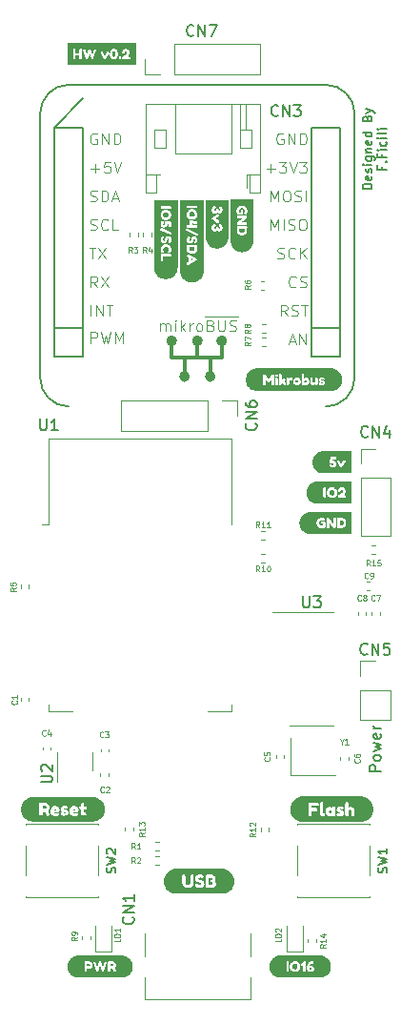
<source format=gbr>
%TF.GenerationSoftware,KiCad,Pcbnew,(6.0.1)*%
%TF.CreationDate,2022-08-04T18:09:42+02:00*%
%TF.ProjectId,Ganimede_Esp8266,47616e69-6d65-4646-955f-457370383236,rev?*%
%TF.SameCoordinates,Original*%
%TF.FileFunction,Legend,Top*%
%TF.FilePolarity,Positive*%
%FSLAX46Y46*%
G04 Gerber Fmt 4.6, Leading zero omitted, Abs format (unit mm)*
G04 Created by KiCad (PCBNEW (6.0.1)) date 2022-08-04 18:09:42*
%MOMM*%
%LPD*%
G01*
G04 APERTURE LIST*
%ADD10C,0.200000*%
%ADD11C,0.125000*%
%ADD12C,0.150000*%
%ADD13C,0.050000*%
%ADD14C,0.120000*%
%ADD15C,0.304800*%
%ADD16C,0.127000*%
%ADD17C,0.508000*%
G04 APERTURE END LIST*
D10*
X160296704Y-61492961D02*
X159496704Y-61492961D01*
X159496704Y-61302485D01*
X159534800Y-61188200D01*
X159610990Y-61112009D01*
X159687180Y-61073914D01*
X159839561Y-61035819D01*
X159953847Y-61035819D01*
X160106228Y-61073914D01*
X160182419Y-61112009D01*
X160258609Y-61188200D01*
X160296704Y-61302485D01*
X160296704Y-61492961D01*
X160258609Y-60388200D02*
X160296704Y-60464390D01*
X160296704Y-60616771D01*
X160258609Y-60692961D01*
X160182419Y-60731057D01*
X159877657Y-60731057D01*
X159801466Y-60692961D01*
X159763371Y-60616771D01*
X159763371Y-60464390D01*
X159801466Y-60388200D01*
X159877657Y-60350104D01*
X159953847Y-60350104D01*
X160030038Y-60731057D01*
X160258609Y-60045342D02*
X160296704Y-59969152D01*
X160296704Y-59816771D01*
X160258609Y-59740580D01*
X160182419Y-59702485D01*
X160144323Y-59702485D01*
X160068133Y-59740580D01*
X160030038Y-59816771D01*
X160030038Y-59931057D01*
X159991942Y-60007247D01*
X159915752Y-60045342D01*
X159877657Y-60045342D01*
X159801466Y-60007247D01*
X159763371Y-59931057D01*
X159763371Y-59816771D01*
X159801466Y-59740580D01*
X160296704Y-59359628D02*
X159763371Y-59359628D01*
X159496704Y-59359628D02*
X159534800Y-59397723D01*
X159572895Y-59359628D01*
X159534800Y-59321533D01*
X159496704Y-59359628D01*
X159572895Y-59359628D01*
X159763371Y-58635819D02*
X160410990Y-58635819D01*
X160487180Y-58673914D01*
X160525276Y-58712009D01*
X160563371Y-58788200D01*
X160563371Y-58902485D01*
X160525276Y-58978676D01*
X160258609Y-58635819D02*
X160296704Y-58712009D01*
X160296704Y-58864390D01*
X160258609Y-58940580D01*
X160220514Y-58978676D01*
X160144323Y-59016771D01*
X159915752Y-59016771D01*
X159839561Y-58978676D01*
X159801466Y-58940580D01*
X159763371Y-58864390D01*
X159763371Y-58712009D01*
X159801466Y-58635819D01*
X159763371Y-58254866D02*
X160296704Y-58254866D01*
X159839561Y-58254866D02*
X159801466Y-58216771D01*
X159763371Y-58140580D01*
X159763371Y-58026295D01*
X159801466Y-57950104D01*
X159877657Y-57912009D01*
X160296704Y-57912009D01*
X160258609Y-57226295D02*
X160296704Y-57302485D01*
X160296704Y-57454866D01*
X160258609Y-57531057D01*
X160182419Y-57569152D01*
X159877657Y-57569152D01*
X159801466Y-57531057D01*
X159763371Y-57454866D01*
X159763371Y-57302485D01*
X159801466Y-57226295D01*
X159877657Y-57188200D01*
X159953847Y-57188200D01*
X160030038Y-57569152D01*
X160296704Y-56502485D02*
X159496704Y-56502485D01*
X160258609Y-56502485D02*
X160296704Y-56578676D01*
X160296704Y-56731057D01*
X160258609Y-56807247D01*
X160220514Y-56845342D01*
X160144323Y-56883438D01*
X159915752Y-56883438D01*
X159839561Y-56845342D01*
X159801466Y-56807247D01*
X159763371Y-56731057D01*
X159763371Y-56578676D01*
X159801466Y-56502485D01*
X159877657Y-55245342D02*
X159915752Y-55131057D01*
X159953847Y-55092961D01*
X160030038Y-55054866D01*
X160144323Y-55054866D01*
X160220514Y-55092961D01*
X160258609Y-55131057D01*
X160296704Y-55207247D01*
X160296704Y-55512009D01*
X159496704Y-55512009D01*
X159496704Y-55245342D01*
X159534800Y-55169152D01*
X159572895Y-55131057D01*
X159649085Y-55092961D01*
X159725276Y-55092961D01*
X159801466Y-55131057D01*
X159839561Y-55169152D01*
X159877657Y-55245342D01*
X159877657Y-55512009D01*
X159763371Y-54788200D02*
X160296704Y-54597723D01*
X159763371Y-54407247D02*
X160296704Y-54597723D01*
X160487180Y-54673914D01*
X160525276Y-54712009D01*
X160563371Y-54788200D01*
X161165657Y-59531057D02*
X161165657Y-59797723D01*
X161584704Y-59797723D02*
X160784704Y-59797723D01*
X160784704Y-59416771D01*
X161508514Y-59112009D02*
X161546609Y-59073914D01*
X161584704Y-59112009D01*
X161546609Y-59150104D01*
X161508514Y-59112009D01*
X161584704Y-59112009D01*
X161165657Y-58464390D02*
X161165657Y-58731057D01*
X161584704Y-58731057D02*
X160784704Y-58731057D01*
X160784704Y-58350104D01*
X161584704Y-58045342D02*
X161051371Y-58045342D01*
X160784704Y-58045342D02*
X160822800Y-58083438D01*
X160860895Y-58045342D01*
X160822800Y-58007247D01*
X160784704Y-58045342D01*
X160860895Y-58045342D01*
X161546609Y-57321533D02*
X161584704Y-57397723D01*
X161584704Y-57550104D01*
X161546609Y-57626295D01*
X161508514Y-57664390D01*
X161432323Y-57702485D01*
X161203752Y-57702485D01*
X161127561Y-57664390D01*
X161089466Y-57626295D01*
X161051371Y-57550104D01*
X161051371Y-57397723D01*
X161089466Y-57321533D01*
X161584704Y-56978676D02*
X161051371Y-56978676D01*
X160784704Y-56978676D02*
X160822800Y-57016771D01*
X160860895Y-56978676D01*
X160822800Y-56940580D01*
X160784704Y-56978676D01*
X160860895Y-56978676D01*
X161584704Y-56483438D02*
X161546609Y-56559628D01*
X161470419Y-56597723D01*
X160784704Y-56597723D01*
X161584704Y-56178676D02*
X161051371Y-56178676D01*
X160784704Y-56178676D02*
X160822800Y-56216771D01*
X160860895Y-56178676D01*
X160822800Y-56140580D01*
X160784704Y-56178676D01*
X160860895Y-56178676D01*
D11*
%TO.C,C7*%
X160546266Y-98019371D02*
X160522457Y-98043180D01*
X160451028Y-98066990D01*
X160403409Y-98066990D01*
X160331980Y-98043180D01*
X160284361Y-97995561D01*
X160260552Y-97947942D01*
X160236742Y-97852704D01*
X160236742Y-97781276D01*
X160260552Y-97686038D01*
X160284361Y-97638419D01*
X160331980Y-97590800D01*
X160403409Y-97566990D01*
X160451028Y-97566990D01*
X160522457Y-97590800D01*
X160546266Y-97614609D01*
X160712933Y-97566990D02*
X161046266Y-97566990D01*
X160831980Y-98066990D01*
D12*
%TO.C,CN5*%
X159888323Y-102776742D02*
X159840704Y-102824361D01*
X159697847Y-102871980D01*
X159602609Y-102871980D01*
X159459752Y-102824361D01*
X159364514Y-102729123D01*
X159316895Y-102633885D01*
X159269276Y-102443409D01*
X159269276Y-102300552D01*
X159316895Y-102110076D01*
X159364514Y-102014838D01*
X159459752Y-101919600D01*
X159602609Y-101871980D01*
X159697847Y-101871980D01*
X159840704Y-101919600D01*
X159888323Y-101967219D01*
X160316895Y-102871980D02*
X160316895Y-101871980D01*
X160888323Y-102871980D01*
X160888323Y-101871980D01*
X161840704Y-101871980D02*
X161364514Y-101871980D01*
X161316895Y-102348171D01*
X161364514Y-102300552D01*
X161459752Y-102252933D01*
X161697847Y-102252933D01*
X161793085Y-102300552D01*
X161840704Y-102348171D01*
X161888323Y-102443409D01*
X161888323Y-102681504D01*
X161840704Y-102776742D01*
X161793085Y-102824361D01*
X161697847Y-102871980D01*
X161459752Y-102871980D01*
X161364514Y-102824361D01*
X161316895Y-102776742D01*
X161107380Y-113228190D02*
X160107380Y-113228190D01*
X160107380Y-112847238D01*
X160155000Y-112752000D01*
X160202619Y-112704380D01*
X160297857Y-112656761D01*
X160440714Y-112656761D01*
X160535952Y-112704380D01*
X160583571Y-112752000D01*
X160631190Y-112847238D01*
X160631190Y-113228190D01*
X161107380Y-112085333D02*
X161059761Y-112180571D01*
X161012142Y-112228190D01*
X160916904Y-112275809D01*
X160631190Y-112275809D01*
X160535952Y-112228190D01*
X160488333Y-112180571D01*
X160440714Y-112085333D01*
X160440714Y-111942476D01*
X160488333Y-111847238D01*
X160535952Y-111799619D01*
X160631190Y-111752000D01*
X160916904Y-111752000D01*
X161012142Y-111799619D01*
X161059761Y-111847238D01*
X161107380Y-111942476D01*
X161107380Y-112085333D01*
X160440714Y-111418666D02*
X161107380Y-111228190D01*
X160631190Y-111037714D01*
X161107380Y-110847238D01*
X160440714Y-110656761D01*
X161059761Y-109894857D02*
X161107380Y-109990095D01*
X161107380Y-110180571D01*
X161059761Y-110275809D01*
X160964523Y-110323428D01*
X160583571Y-110323428D01*
X160488333Y-110275809D01*
X160440714Y-110180571D01*
X160440714Y-109990095D01*
X160488333Y-109894857D01*
X160583571Y-109847238D01*
X160678809Y-109847238D01*
X160774047Y-110323428D01*
X161107380Y-109418666D02*
X160440714Y-109418666D01*
X160631190Y-109418666D02*
X160535952Y-109371047D01*
X160488333Y-109323428D01*
X160440714Y-109228190D01*
X160440714Y-109132952D01*
D11*
%TO.C,R3*%
X138981666Y-67182590D02*
X138815000Y-66944495D01*
X138695952Y-67182590D02*
X138695952Y-66682590D01*
X138886428Y-66682590D01*
X138934047Y-66706400D01*
X138957857Y-66730209D01*
X138981666Y-66777828D01*
X138981666Y-66849257D01*
X138957857Y-66896876D01*
X138934047Y-66920685D01*
X138886428Y-66944495D01*
X138695952Y-66944495D01*
X139148333Y-66682590D02*
X139457857Y-66682590D01*
X139291190Y-66873066D01*
X139362619Y-66873066D01*
X139410238Y-66896876D01*
X139434047Y-66920685D01*
X139457857Y-66968304D01*
X139457857Y-67087352D01*
X139434047Y-67134971D01*
X139410238Y-67158780D01*
X139362619Y-67182590D01*
X139219761Y-67182590D01*
X139172142Y-67158780D01*
X139148333Y-67134971D01*
%TO.C,C1*%
X128702571Y-106966533D02*
X128726380Y-106990342D01*
X128750190Y-107061771D01*
X128750190Y-107109390D01*
X128726380Y-107180819D01*
X128678761Y-107228438D01*
X128631142Y-107252247D01*
X128535904Y-107276057D01*
X128464476Y-107276057D01*
X128369238Y-107252247D01*
X128321619Y-107228438D01*
X128274000Y-107180819D01*
X128250190Y-107109390D01*
X128250190Y-107061771D01*
X128274000Y-106990342D01*
X128297809Y-106966533D01*
X128750190Y-106490342D02*
X128750190Y-106776057D01*
X128750190Y-106633200D02*
X128250190Y-106633200D01*
X128321619Y-106680819D01*
X128369238Y-106728438D01*
X128393047Y-106776057D01*
%TO.C,R8*%
X149476590Y-73997333D02*
X149238495Y-74164000D01*
X149476590Y-74283047D02*
X148976590Y-74283047D01*
X148976590Y-74092571D01*
X149000400Y-74044952D01*
X149024209Y-74021142D01*
X149071828Y-73997333D01*
X149143257Y-73997333D01*
X149190876Y-74021142D01*
X149214685Y-74044952D01*
X149238495Y-74092571D01*
X149238495Y-74283047D01*
X149190876Y-73711619D02*
X149167066Y-73759238D01*
X149143257Y-73783047D01*
X149095638Y-73806857D01*
X149071828Y-73806857D01*
X149024209Y-73783047D01*
X149000400Y-73759238D01*
X148976590Y-73711619D01*
X148976590Y-73616380D01*
X149000400Y-73568761D01*
X149024209Y-73544952D01*
X149071828Y-73521142D01*
X149095638Y-73521142D01*
X149143257Y-73544952D01*
X149167066Y-73568761D01*
X149190876Y-73616380D01*
X149190876Y-73711619D01*
X149214685Y-73759238D01*
X149238495Y-73783047D01*
X149286114Y-73806857D01*
X149381352Y-73806857D01*
X149428971Y-73783047D01*
X149452780Y-73759238D01*
X149476590Y-73711619D01*
X149476590Y-73616380D01*
X149452780Y-73568761D01*
X149428971Y-73544952D01*
X149381352Y-73521142D01*
X149286114Y-73521142D01*
X149238495Y-73544952D01*
X149214685Y-73568761D01*
X149190876Y-73616380D01*
%TO.C,C2*%
X136467066Y-115037371D02*
X136443257Y-115061180D01*
X136371828Y-115084990D01*
X136324209Y-115084990D01*
X136252780Y-115061180D01*
X136205161Y-115013561D01*
X136181352Y-114965942D01*
X136157542Y-114870704D01*
X136157542Y-114799276D01*
X136181352Y-114704038D01*
X136205161Y-114656419D01*
X136252780Y-114608800D01*
X136324209Y-114584990D01*
X136371828Y-114584990D01*
X136443257Y-114608800D01*
X136467066Y-114632609D01*
X136657542Y-114632609D02*
X136681352Y-114608800D01*
X136728971Y-114584990D01*
X136848019Y-114584990D01*
X136895638Y-114608800D01*
X136919447Y-114632609D01*
X136943257Y-114680228D01*
X136943257Y-114727847D01*
X136919447Y-114799276D01*
X136633733Y-115084990D01*
X136943257Y-115084990D01*
D12*
%TO.C,U2*%
X130871980Y-114198304D02*
X131681504Y-114198304D01*
X131776742Y-114150685D01*
X131824361Y-114103066D01*
X131871980Y-114007828D01*
X131871980Y-113817352D01*
X131824361Y-113722114D01*
X131776742Y-113674495D01*
X131681504Y-113626876D01*
X130871980Y-113626876D01*
X130967219Y-113198304D02*
X130919600Y-113150685D01*
X130871980Y-113055447D01*
X130871980Y-112817352D01*
X130919600Y-112722114D01*
X130967219Y-112674495D01*
X131062457Y-112626876D01*
X131157695Y-112626876D01*
X131300552Y-112674495D01*
X131871980Y-113245923D01*
X131871980Y-112626876D01*
D11*
%TO.C,R6*%
X149476590Y-70085733D02*
X149238495Y-70252400D01*
X149476590Y-70371447D02*
X148976590Y-70371447D01*
X148976590Y-70180971D01*
X149000400Y-70133352D01*
X149024209Y-70109542D01*
X149071828Y-70085733D01*
X149143257Y-70085733D01*
X149190876Y-70109542D01*
X149214685Y-70133352D01*
X149238495Y-70180971D01*
X149238495Y-70371447D01*
X148976590Y-69657161D02*
X148976590Y-69752400D01*
X149000400Y-69800019D01*
X149024209Y-69823828D01*
X149095638Y-69871447D01*
X149190876Y-69895257D01*
X149381352Y-69895257D01*
X149428971Y-69871447D01*
X149452780Y-69847638D01*
X149476590Y-69800019D01*
X149476590Y-69704780D01*
X149452780Y-69657161D01*
X149428971Y-69633352D01*
X149381352Y-69609542D01*
X149262304Y-69609542D01*
X149214685Y-69633352D01*
X149190876Y-69657161D01*
X149167066Y-69704780D01*
X149167066Y-69800019D01*
X149190876Y-69847638D01*
X149214685Y-69871447D01*
X149262304Y-69895257D01*
D12*
%TO.C,U3*%
X154178095Y-97692380D02*
X154178095Y-98501904D01*
X154225714Y-98597142D01*
X154273333Y-98644761D01*
X154368571Y-98692380D01*
X154559047Y-98692380D01*
X154654285Y-98644761D01*
X154701904Y-98597142D01*
X154749523Y-98501904D01*
X154749523Y-97692380D01*
X155130476Y-97692380D02*
X155749523Y-97692380D01*
X155416190Y-98073333D01*
X155559047Y-98073333D01*
X155654285Y-98120952D01*
X155701904Y-98168571D01*
X155749523Y-98263809D01*
X155749523Y-98501904D01*
X155701904Y-98597142D01*
X155654285Y-98644761D01*
X155559047Y-98692380D01*
X155273333Y-98692380D01*
X155178095Y-98644761D01*
X155130476Y-98597142D01*
%TO.C,CN1*%
X139041142Y-126166476D02*
X139088761Y-126214095D01*
X139136380Y-126356952D01*
X139136380Y-126452190D01*
X139088761Y-126595047D01*
X138993523Y-126690285D01*
X138898285Y-126737904D01*
X138707809Y-126785523D01*
X138564952Y-126785523D01*
X138374476Y-126737904D01*
X138279238Y-126690285D01*
X138184000Y-126595047D01*
X138136380Y-126452190D01*
X138136380Y-126356952D01*
X138184000Y-126214095D01*
X138231619Y-126166476D01*
X139136380Y-125737904D02*
X138136380Y-125737904D01*
X139136380Y-125166476D01*
X138136380Y-125166476D01*
X139136380Y-124166476D02*
X139136380Y-124737904D01*
X139136380Y-124452190D02*
X138136380Y-124452190D01*
X138279238Y-124547428D01*
X138374476Y-124642666D01*
X138422095Y-124737904D01*
D11*
%TO.C,R12*%
X149933790Y-118736228D02*
X149695695Y-118902895D01*
X149933790Y-119021942D02*
X149433790Y-119021942D01*
X149433790Y-118831466D01*
X149457600Y-118783847D01*
X149481409Y-118760038D01*
X149529028Y-118736228D01*
X149600457Y-118736228D01*
X149648076Y-118760038D01*
X149671885Y-118783847D01*
X149695695Y-118831466D01*
X149695695Y-119021942D01*
X149933790Y-118260038D02*
X149933790Y-118545752D01*
X149933790Y-118402895D02*
X149433790Y-118402895D01*
X149505219Y-118450514D01*
X149552838Y-118498133D01*
X149576647Y-118545752D01*
X149481409Y-118069561D02*
X149457600Y-118045752D01*
X149433790Y-117998133D01*
X149433790Y-117879085D01*
X149457600Y-117831466D01*
X149481409Y-117807657D01*
X149529028Y-117783847D01*
X149576647Y-117783847D01*
X149648076Y-117807657D01*
X149933790Y-118093371D01*
X149933790Y-117783847D01*
%TO.C,R14*%
X156182190Y-128591428D02*
X155944095Y-128758095D01*
X156182190Y-128877142D02*
X155682190Y-128877142D01*
X155682190Y-128686666D01*
X155706000Y-128639047D01*
X155729809Y-128615238D01*
X155777428Y-128591428D01*
X155848857Y-128591428D01*
X155896476Y-128615238D01*
X155920285Y-128639047D01*
X155944095Y-128686666D01*
X155944095Y-128877142D01*
X156182190Y-128115238D02*
X156182190Y-128400952D01*
X156182190Y-128258095D02*
X155682190Y-128258095D01*
X155753619Y-128305714D01*
X155801238Y-128353333D01*
X155825047Y-128400952D01*
X155848857Y-127686666D02*
X156182190Y-127686666D01*
X155658380Y-127805714D02*
X156015523Y-127924761D01*
X156015523Y-127615238D01*
%TO.C,R2*%
X139235666Y-121384190D02*
X139069000Y-121146095D01*
X138949952Y-121384190D02*
X138949952Y-120884190D01*
X139140428Y-120884190D01*
X139188047Y-120908000D01*
X139211857Y-120931809D01*
X139235666Y-120979428D01*
X139235666Y-121050857D01*
X139211857Y-121098476D01*
X139188047Y-121122285D01*
X139140428Y-121146095D01*
X138949952Y-121146095D01*
X139426142Y-120931809D02*
X139449952Y-120908000D01*
X139497571Y-120884190D01*
X139616619Y-120884190D01*
X139664238Y-120908000D01*
X139688047Y-120931809D01*
X139711857Y-120979428D01*
X139711857Y-121027047D01*
X139688047Y-121098476D01*
X139402333Y-121384190D01*
X139711857Y-121384190D01*
%TO.C,R4*%
X140251666Y-67182590D02*
X140085000Y-66944495D01*
X139965952Y-67182590D02*
X139965952Y-66682590D01*
X140156428Y-66682590D01*
X140204047Y-66706400D01*
X140227857Y-66730209D01*
X140251666Y-66777828D01*
X140251666Y-66849257D01*
X140227857Y-66896876D01*
X140204047Y-66920685D01*
X140156428Y-66944495D01*
X139965952Y-66944495D01*
X140680238Y-66849257D02*
X140680238Y-67182590D01*
X140561190Y-66658780D02*
X140442142Y-67015923D01*
X140751666Y-67015923D01*
D12*
%TO.C,CN3*%
X151963523Y-54967142D02*
X151915904Y-55014761D01*
X151773047Y-55062380D01*
X151677809Y-55062380D01*
X151534952Y-55014761D01*
X151439714Y-54919523D01*
X151392095Y-54824285D01*
X151344476Y-54633809D01*
X151344476Y-54490952D01*
X151392095Y-54300476D01*
X151439714Y-54205238D01*
X151534952Y-54110000D01*
X151677809Y-54062380D01*
X151773047Y-54062380D01*
X151915904Y-54110000D01*
X151963523Y-54157619D01*
X152392095Y-55062380D02*
X152392095Y-54062380D01*
X152963523Y-55062380D01*
X152963523Y-54062380D01*
X153344476Y-54062380D02*
X153963523Y-54062380D01*
X153630190Y-54443333D01*
X153773047Y-54443333D01*
X153868285Y-54490952D01*
X153915904Y-54538571D01*
X153963523Y-54633809D01*
X153963523Y-54871904D01*
X153915904Y-54967142D01*
X153868285Y-55014761D01*
X153773047Y-55062380D01*
X153487333Y-55062380D01*
X153392095Y-55014761D01*
X153344476Y-54967142D01*
D13*
%TO.C,CN2*%
X135831514Y-56605500D02*
X135736276Y-56557880D01*
X135593419Y-56557880D01*
X135450561Y-56605500D01*
X135355323Y-56700738D01*
X135307704Y-56795976D01*
X135260085Y-56986452D01*
X135260085Y-57129309D01*
X135307704Y-57319785D01*
X135355323Y-57415023D01*
X135450561Y-57510261D01*
X135593419Y-57557880D01*
X135688657Y-57557880D01*
X135831514Y-57510261D01*
X135879133Y-57462642D01*
X135879133Y-57129309D01*
X135688657Y-57129309D01*
X136307704Y-57557880D02*
X136307704Y-56557880D01*
X136879133Y-57557880D01*
X136879133Y-56557880D01*
X137355323Y-57557880D02*
X137355323Y-56557880D01*
X137593419Y-56557880D01*
X137736276Y-56605500D01*
X137831514Y-56700738D01*
X137879133Y-56795976D01*
X137926752Y-56986452D01*
X137926752Y-57129309D01*
X137879133Y-57319785D01*
X137831514Y-57415023D01*
X137736276Y-57510261D01*
X137593419Y-57557880D01*
X137355323Y-57557880D01*
X152955714Y-75052166D02*
X153431904Y-75052166D01*
X152860476Y-75337880D02*
X153193809Y-74337880D01*
X153527142Y-75337880D01*
X153860476Y-75337880D02*
X153860476Y-74337880D01*
X154431904Y-75337880D01*
X154431904Y-74337880D01*
X135879133Y-70257880D02*
X135545800Y-69781690D01*
X135307704Y-70257880D02*
X135307704Y-69257880D01*
X135688657Y-69257880D01*
X135783895Y-69305500D01*
X135831514Y-69353119D01*
X135879133Y-69448357D01*
X135879133Y-69591214D01*
X135831514Y-69686452D01*
X135783895Y-69734071D01*
X135688657Y-69781690D01*
X135307704Y-69781690D01*
X136212466Y-69257880D02*
X136879133Y-70257880D01*
X136879133Y-69257880D02*
X136212466Y-70257880D01*
X135307704Y-75210880D02*
X135307704Y-74210880D01*
X135688656Y-74210880D01*
X135783894Y-74258500D01*
X135831513Y-74306119D01*
X135879132Y-74401357D01*
X135879132Y-74544214D01*
X135831513Y-74639452D01*
X135783894Y-74687071D01*
X135688656Y-74734690D01*
X135307704Y-74734690D01*
X136212466Y-74210880D02*
X136450561Y-75210880D01*
X136641037Y-74496595D01*
X136831513Y-75210880D01*
X137069608Y-74210880D01*
X137450561Y-75210880D02*
X137450561Y-74210880D01*
X137783894Y-74925166D01*
X138117227Y-74210880D01*
X138117227Y-75210880D01*
X151289047Y-62637880D02*
X151289047Y-61637880D01*
X151622380Y-62352166D01*
X151955714Y-61637880D01*
X151955714Y-62637880D01*
X152622380Y-61637880D02*
X152812856Y-61637880D01*
X152908095Y-61685500D01*
X153003333Y-61780738D01*
X153050952Y-61971214D01*
X153050952Y-62304547D01*
X153003333Y-62495023D01*
X152908095Y-62590261D01*
X152812856Y-62637880D01*
X152622380Y-62637880D01*
X152527142Y-62590261D01*
X152431904Y-62495023D01*
X152384285Y-62304547D01*
X152384285Y-61971214D01*
X152431904Y-61780738D01*
X152527142Y-61685500D01*
X152622380Y-61637880D01*
X153431904Y-62590261D02*
X153574761Y-62637880D01*
X153812856Y-62637880D01*
X153908095Y-62590261D01*
X153955714Y-62542642D01*
X154003333Y-62447404D01*
X154003333Y-62352166D01*
X153955714Y-62256928D01*
X153908095Y-62209309D01*
X153812856Y-62161690D01*
X153622380Y-62114071D01*
X153527142Y-62066452D01*
X153479523Y-62018833D01*
X153431904Y-61923595D01*
X153431904Y-61828357D01*
X153479523Y-61733119D01*
X153527142Y-61685500D01*
X153622380Y-61637880D01*
X153860476Y-61637880D01*
X154003333Y-61685500D01*
X154431904Y-62637880D02*
X154431904Y-61637880D01*
X141501666Y-74140880D02*
X141501666Y-73474214D01*
X141501666Y-73569452D02*
X141549285Y-73521833D01*
X141644523Y-73474214D01*
X141787380Y-73474214D01*
X141882619Y-73521833D01*
X141930238Y-73617071D01*
X141930238Y-74140880D01*
X141930238Y-73617071D02*
X141977857Y-73521833D01*
X142073095Y-73474214D01*
X142215952Y-73474214D01*
X142311190Y-73521833D01*
X142358809Y-73617071D01*
X142358809Y-74140880D01*
X142835000Y-74140880D02*
X142835000Y-73474214D01*
X142835000Y-73140880D02*
X142787380Y-73188500D01*
X142835000Y-73236119D01*
X142882619Y-73188500D01*
X142835000Y-73140880D01*
X142835000Y-73236119D01*
X143311190Y-74140880D02*
X143311190Y-73140880D01*
X143406428Y-73759928D02*
X143692142Y-74140880D01*
X143692142Y-73474214D02*
X143311190Y-73855166D01*
X144120714Y-74140880D02*
X144120714Y-73474214D01*
X144120714Y-73664690D02*
X144168333Y-73569452D01*
X144215952Y-73521833D01*
X144311190Y-73474214D01*
X144406428Y-73474214D01*
X144882619Y-74140880D02*
X144787380Y-74093261D01*
X144739761Y-74045642D01*
X144692142Y-73950404D01*
X144692142Y-73664690D01*
X144739761Y-73569452D01*
X144787380Y-73521833D01*
X144882619Y-73474214D01*
X145025476Y-73474214D01*
X145120714Y-73521833D01*
X145168333Y-73569452D01*
X145215952Y-73664690D01*
X145215952Y-73950404D01*
X145168333Y-74045642D01*
X145120714Y-74093261D01*
X145025476Y-74140880D01*
X144882619Y-74140880D01*
X145406428Y-72858500D02*
X146406428Y-72858500D01*
X145977857Y-73617071D02*
X146120714Y-73664690D01*
X146168333Y-73712309D01*
X146215952Y-73807547D01*
X146215952Y-73950404D01*
X146168333Y-74045642D01*
X146120714Y-74093261D01*
X146025476Y-74140880D01*
X145644523Y-74140880D01*
X145644523Y-73140880D01*
X145977857Y-73140880D01*
X146073095Y-73188500D01*
X146120714Y-73236119D01*
X146168333Y-73331357D01*
X146168333Y-73426595D01*
X146120714Y-73521833D01*
X146073095Y-73569452D01*
X145977857Y-73617071D01*
X145644523Y-73617071D01*
X146406428Y-72858500D02*
X147454047Y-72858500D01*
X146644523Y-73140880D02*
X146644523Y-73950404D01*
X146692142Y-74045642D01*
X146739761Y-74093261D01*
X146835000Y-74140880D01*
X147025476Y-74140880D01*
X147120714Y-74093261D01*
X147168333Y-74045642D01*
X147215952Y-73950404D01*
X147215952Y-73140880D01*
X147454047Y-72858500D02*
X148406428Y-72858500D01*
X147644523Y-74093261D02*
X147787380Y-74140880D01*
X148025476Y-74140880D01*
X148120714Y-74093261D01*
X148168333Y-74045642D01*
X148215952Y-73950404D01*
X148215952Y-73855166D01*
X148168333Y-73759928D01*
X148120714Y-73712309D01*
X148025476Y-73664690D01*
X147835000Y-73617071D01*
X147739761Y-73569452D01*
X147692142Y-73521833D01*
X147644523Y-73426595D01*
X147644523Y-73331357D01*
X147692142Y-73236119D01*
X147739761Y-73188500D01*
X147835000Y-73140880D01*
X148073095Y-73140880D01*
X148215952Y-73188500D01*
X135164847Y-66717880D02*
X135736275Y-66717880D01*
X135450561Y-67717880D02*
X135450561Y-66717880D01*
X135974371Y-66717880D02*
X136641037Y-67717880D01*
X136641037Y-66717880D02*
X135974371Y-67717880D01*
X135307704Y-59716928D02*
X136069609Y-59716928D01*
X135688657Y-60097880D02*
X135688657Y-59335976D01*
X137021990Y-59097880D02*
X136545799Y-59097880D01*
X136498180Y-59574071D01*
X136545799Y-59526452D01*
X136641038Y-59478833D01*
X136879133Y-59478833D01*
X136974371Y-59526452D01*
X137021990Y-59574071D01*
X137069609Y-59669309D01*
X137069609Y-59907404D01*
X137021990Y-60002642D01*
X136974371Y-60050261D01*
X136879133Y-60097880D01*
X136641038Y-60097880D01*
X136545799Y-60050261D01*
X136498180Y-60002642D01*
X137355323Y-59097880D02*
X137688657Y-60097880D01*
X138021990Y-59097880D01*
X135260085Y-62590261D02*
X135402942Y-62637880D01*
X135641037Y-62637880D01*
X135736275Y-62590261D01*
X135783894Y-62542642D01*
X135831513Y-62447404D01*
X135831513Y-62352166D01*
X135783894Y-62256928D01*
X135736275Y-62209309D01*
X135641037Y-62161690D01*
X135450561Y-62114071D01*
X135355323Y-62066452D01*
X135307704Y-62018833D01*
X135260085Y-61923595D01*
X135260085Y-61828357D01*
X135307704Y-61733119D01*
X135355323Y-61685500D01*
X135450561Y-61637880D01*
X135688656Y-61637880D01*
X135831513Y-61685500D01*
X136260085Y-62637880D02*
X136260085Y-61637880D01*
X136498180Y-61637880D01*
X136641037Y-61685500D01*
X136736275Y-61780738D01*
X136783894Y-61875976D01*
X136831513Y-62066452D01*
X136831513Y-62209309D01*
X136783894Y-62399785D01*
X136736275Y-62495023D01*
X136641037Y-62590261D01*
X136498180Y-62637880D01*
X136260085Y-62637880D01*
X137212466Y-62352166D02*
X137688656Y-62352166D01*
X137117228Y-62637880D02*
X137450561Y-61637880D01*
X137783894Y-62637880D01*
X152765237Y-72797880D02*
X152431904Y-72321690D01*
X152193809Y-72797880D02*
X152193809Y-71797880D01*
X152574761Y-71797880D01*
X152669999Y-71845500D01*
X152717618Y-71893119D01*
X152765237Y-71988357D01*
X152765237Y-72131214D01*
X152717618Y-72226452D01*
X152669999Y-72274071D01*
X152574761Y-72321690D01*
X152193809Y-72321690D01*
X153146190Y-72750261D02*
X153289047Y-72797880D01*
X153527142Y-72797880D01*
X153622380Y-72750261D01*
X153669999Y-72702642D01*
X153717618Y-72607404D01*
X153717618Y-72512166D01*
X153669999Y-72416928D01*
X153622380Y-72369309D01*
X153527142Y-72321690D01*
X153336666Y-72274071D01*
X153241428Y-72226452D01*
X153193809Y-72178833D01*
X153146190Y-72083595D01*
X153146190Y-71988357D01*
X153193809Y-71893119D01*
X153241428Y-71845500D01*
X153336666Y-71797880D01*
X153574761Y-71797880D01*
X153717618Y-71845500D01*
X154003333Y-71797880D02*
X154574761Y-71797880D01*
X154289047Y-72797880D02*
X154289047Y-71797880D01*
X135307704Y-72797880D02*
X135307704Y-71797880D01*
X135783894Y-72797880D02*
X135783894Y-71797880D01*
X136355323Y-72797880D01*
X136355323Y-71797880D01*
X136688656Y-71797880D02*
X137260085Y-71797880D01*
X136974370Y-72797880D02*
X136974370Y-71797880D01*
X151289047Y-65177880D02*
X151289047Y-64177880D01*
X151622380Y-64892166D01*
X151955714Y-64177880D01*
X151955714Y-65177880D01*
X152431904Y-65177880D02*
X152431904Y-64177880D01*
X152860476Y-65130261D02*
X153003333Y-65177880D01*
X153241428Y-65177880D01*
X153336666Y-65130261D01*
X153384285Y-65082642D01*
X153431904Y-64987404D01*
X153431904Y-64892166D01*
X153384285Y-64796928D01*
X153336666Y-64749309D01*
X153241428Y-64701690D01*
X153050952Y-64654071D01*
X152955714Y-64606452D01*
X152908095Y-64558833D01*
X152860476Y-64463595D01*
X152860476Y-64368357D01*
X152908095Y-64273119D01*
X152955714Y-64225500D01*
X153050952Y-64177880D01*
X153289047Y-64177880D01*
X153431904Y-64225500D01*
X154050952Y-64177880D02*
X154241428Y-64177880D01*
X154336666Y-64225500D01*
X154431904Y-64320738D01*
X154479523Y-64511214D01*
X154479523Y-64844547D01*
X154431904Y-65035023D01*
X154336666Y-65130261D01*
X154241428Y-65177880D01*
X154050952Y-65177880D01*
X153955714Y-65130261D01*
X153860476Y-65035023D01*
X153812856Y-64844547D01*
X153812856Y-64511214D01*
X153860476Y-64320738D01*
X153955714Y-64225500D01*
X154050952Y-64177880D01*
X153527143Y-70162642D02*
X153479524Y-70210261D01*
X153336667Y-70257880D01*
X153241429Y-70257880D01*
X153098571Y-70210261D01*
X153003333Y-70115023D01*
X152955714Y-70019785D01*
X152908095Y-69829309D01*
X152908095Y-69686452D01*
X152955714Y-69495976D01*
X153003333Y-69400738D01*
X153098571Y-69305500D01*
X153241429Y-69257880D01*
X153336667Y-69257880D01*
X153479524Y-69305500D01*
X153527143Y-69353119D01*
X153908095Y-70210261D02*
X154050952Y-70257880D01*
X154289048Y-70257880D01*
X154384286Y-70210261D01*
X154431905Y-70162642D01*
X154479524Y-70067404D01*
X154479524Y-69972166D01*
X154431905Y-69876928D01*
X154384286Y-69829309D01*
X154289048Y-69781690D01*
X154098571Y-69734071D01*
X154003333Y-69686452D01*
X153955714Y-69638833D01*
X153908095Y-69543595D01*
X153908095Y-69448357D01*
X153955714Y-69353119D01*
X154003333Y-69305500D01*
X154098571Y-69257880D01*
X154336667Y-69257880D01*
X154479524Y-69305500D01*
X151908095Y-67670261D02*
X152050952Y-67717880D01*
X152289048Y-67717880D01*
X152384286Y-67670261D01*
X152431905Y-67622642D01*
X152479524Y-67527404D01*
X152479524Y-67432166D01*
X152431905Y-67336928D01*
X152384286Y-67289309D01*
X152289048Y-67241690D01*
X152098571Y-67194071D01*
X152003333Y-67146452D01*
X151955714Y-67098833D01*
X151908095Y-67003595D01*
X151908095Y-66908357D01*
X151955714Y-66813119D01*
X152003333Y-66765500D01*
X152098571Y-66717880D01*
X152336667Y-66717880D01*
X152479524Y-66765500D01*
X153479524Y-67622642D02*
X153431905Y-67670261D01*
X153289048Y-67717880D01*
X153193810Y-67717880D01*
X153050952Y-67670261D01*
X152955714Y-67575023D01*
X152908095Y-67479785D01*
X152860476Y-67289309D01*
X152860476Y-67146452D01*
X152908095Y-66955976D01*
X152955714Y-66860738D01*
X153050952Y-66765500D01*
X153193810Y-66717880D01*
X153289048Y-66717880D01*
X153431905Y-66765500D01*
X153479524Y-66813119D01*
X153908095Y-67717880D02*
X153908095Y-66717880D01*
X154479524Y-67717880D02*
X154050952Y-67146452D01*
X154479524Y-66717880D02*
X153908095Y-67289309D01*
X135260085Y-65130261D02*
X135402942Y-65177880D01*
X135641038Y-65177880D01*
X135736276Y-65130261D01*
X135783895Y-65082642D01*
X135831514Y-64987404D01*
X135831514Y-64892166D01*
X135783895Y-64796928D01*
X135736276Y-64749309D01*
X135641038Y-64701690D01*
X135450562Y-64654071D01*
X135355323Y-64606452D01*
X135307704Y-64558833D01*
X135260085Y-64463595D01*
X135260085Y-64368357D01*
X135307704Y-64273119D01*
X135355323Y-64225500D01*
X135450562Y-64177880D01*
X135688657Y-64177880D01*
X135831514Y-64225500D01*
X136831514Y-65082642D02*
X136783895Y-65130261D01*
X136641038Y-65177880D01*
X136545800Y-65177880D01*
X136402942Y-65130261D01*
X136307704Y-65035023D01*
X136260085Y-64939785D01*
X136212466Y-64749309D01*
X136212466Y-64606452D01*
X136260085Y-64415976D01*
X136307704Y-64320738D01*
X136402942Y-64225500D01*
X136545800Y-64177880D01*
X136641038Y-64177880D01*
X136783895Y-64225500D01*
X136831514Y-64273119D01*
X137736276Y-65177880D02*
X137260085Y-65177880D01*
X137260085Y-64177880D01*
X152384286Y-56605500D02*
X152289048Y-56557880D01*
X152146191Y-56557880D01*
X152003333Y-56605500D01*
X151908095Y-56700738D01*
X151860476Y-56795976D01*
X151812857Y-56986452D01*
X151812857Y-57129309D01*
X151860476Y-57319785D01*
X151908095Y-57415023D01*
X152003333Y-57510261D01*
X152146191Y-57557880D01*
X152241429Y-57557880D01*
X152384286Y-57510261D01*
X152431905Y-57462642D01*
X152431905Y-57129309D01*
X152241429Y-57129309D01*
X152860476Y-57557880D02*
X152860476Y-56557880D01*
X153431905Y-57557880D01*
X153431905Y-56557880D01*
X153908095Y-57557880D02*
X153908095Y-56557880D01*
X154146191Y-56557880D01*
X154289048Y-56605500D01*
X154384286Y-56700738D01*
X154431905Y-56795976D01*
X154479524Y-56986452D01*
X154479524Y-57129309D01*
X154431905Y-57319785D01*
X154384286Y-57415023D01*
X154289048Y-57510261D01*
X154146191Y-57557880D01*
X153908095Y-57557880D01*
X150908095Y-59716928D02*
X151670000Y-59716928D01*
X151289047Y-60097880D02*
X151289047Y-59335976D01*
X152050952Y-59097880D02*
X152670000Y-59097880D01*
X152336666Y-59478833D01*
X152479523Y-59478833D01*
X152574761Y-59526452D01*
X152622380Y-59574071D01*
X152670000Y-59669309D01*
X152670000Y-59907404D01*
X152622380Y-60002642D01*
X152574761Y-60050261D01*
X152479523Y-60097880D01*
X152193809Y-60097880D01*
X152098571Y-60050261D01*
X152050952Y-60002642D01*
X152955714Y-59097880D02*
X153289047Y-60097880D01*
X153622380Y-59097880D01*
X153860476Y-59097880D02*
X154479523Y-59097880D01*
X154146190Y-59478833D01*
X154289047Y-59478833D01*
X154384285Y-59526452D01*
X154431904Y-59574071D01*
X154479523Y-59669309D01*
X154479523Y-59907404D01*
X154431904Y-60002642D01*
X154384285Y-60050261D01*
X154289047Y-60097880D01*
X154003333Y-60097880D01*
X153908095Y-60050261D01*
X153860476Y-60002642D01*
D11*
%TO.C,Y1*%
X157597504Y-110579695D02*
X157597504Y-110817790D01*
X157430838Y-110317790D02*
X157597504Y-110579695D01*
X157764171Y-110317790D01*
X158192742Y-110817790D02*
X157907028Y-110817790D01*
X158049885Y-110817790D02*
X158049885Y-110317790D01*
X158002266Y-110389219D01*
X157954647Y-110436838D01*
X157907028Y-110460647D01*
%TO.C,C8*%
X159327066Y-98019371D02*
X159303257Y-98043180D01*
X159231828Y-98066990D01*
X159184209Y-98066990D01*
X159112780Y-98043180D01*
X159065161Y-97995561D01*
X159041352Y-97947942D01*
X159017542Y-97852704D01*
X159017542Y-97781276D01*
X159041352Y-97686038D01*
X159065161Y-97638419D01*
X159112780Y-97590800D01*
X159184209Y-97566990D01*
X159231828Y-97566990D01*
X159303257Y-97590800D01*
X159327066Y-97614609D01*
X159612780Y-97781276D02*
X159565161Y-97757466D01*
X159541352Y-97733657D01*
X159517542Y-97686038D01*
X159517542Y-97662228D01*
X159541352Y-97614609D01*
X159565161Y-97590800D01*
X159612780Y-97566990D01*
X159708019Y-97566990D01*
X159755638Y-97590800D01*
X159779447Y-97614609D01*
X159803257Y-97662228D01*
X159803257Y-97686038D01*
X159779447Y-97733657D01*
X159755638Y-97757466D01*
X159708019Y-97781276D01*
X159612780Y-97781276D01*
X159565161Y-97805085D01*
X159541352Y-97828895D01*
X159517542Y-97876514D01*
X159517542Y-97971752D01*
X159541352Y-98019371D01*
X159565161Y-98043180D01*
X159612780Y-98066990D01*
X159708019Y-98066990D01*
X159755638Y-98043180D01*
X159779447Y-98019371D01*
X159803257Y-97971752D01*
X159803257Y-97876514D01*
X159779447Y-97828895D01*
X159755638Y-97805085D01*
X159708019Y-97781276D01*
D12*
%TO.C,CN7*%
X144455123Y-47855142D02*
X144407504Y-47902761D01*
X144264647Y-47950380D01*
X144169409Y-47950380D01*
X144026552Y-47902761D01*
X143931314Y-47807523D01*
X143883695Y-47712285D01*
X143836076Y-47521809D01*
X143836076Y-47378952D01*
X143883695Y-47188476D01*
X143931314Y-47093238D01*
X144026552Y-46998000D01*
X144169409Y-46950380D01*
X144264647Y-46950380D01*
X144407504Y-46998000D01*
X144455123Y-47045619D01*
X144883695Y-47950380D02*
X144883695Y-46950380D01*
X145455123Y-47950380D01*
X145455123Y-46950380D01*
X145836076Y-46950380D02*
X146502742Y-46950380D01*
X146074171Y-47950380D01*
D11*
%TO.C,C5*%
X151164571Y-111995733D02*
X151188380Y-112019542D01*
X151212190Y-112090971D01*
X151212190Y-112138590D01*
X151188380Y-112210019D01*
X151140761Y-112257638D01*
X151093142Y-112281447D01*
X150997904Y-112305257D01*
X150926476Y-112305257D01*
X150831238Y-112281447D01*
X150783619Y-112257638D01*
X150736000Y-112210019D01*
X150712190Y-112138590D01*
X150712190Y-112090971D01*
X150736000Y-112019542D01*
X150759809Y-111995733D01*
X150712190Y-111543352D02*
X150712190Y-111781447D01*
X150950285Y-111805257D01*
X150926476Y-111781447D01*
X150902666Y-111733828D01*
X150902666Y-111614780D01*
X150926476Y-111567161D01*
X150950285Y-111543352D01*
X150997904Y-111519542D01*
X151116952Y-111519542D01*
X151164571Y-111543352D01*
X151188380Y-111567161D01*
X151212190Y-111614780D01*
X151212190Y-111733828D01*
X151188380Y-111781447D01*
X151164571Y-111805257D01*
%TO.C,C6*%
X159174171Y-112148133D02*
X159197980Y-112171942D01*
X159221790Y-112243371D01*
X159221790Y-112290990D01*
X159197980Y-112362419D01*
X159150361Y-112410038D01*
X159102742Y-112433847D01*
X159007504Y-112457657D01*
X158936076Y-112457657D01*
X158840838Y-112433847D01*
X158793219Y-112410038D01*
X158745600Y-112362419D01*
X158721790Y-112290990D01*
X158721790Y-112243371D01*
X158745600Y-112171942D01*
X158769409Y-112148133D01*
X158721790Y-111719561D02*
X158721790Y-111814800D01*
X158745600Y-111862419D01*
X158769409Y-111886228D01*
X158840838Y-111933847D01*
X158936076Y-111957657D01*
X159126552Y-111957657D01*
X159174171Y-111933847D01*
X159197980Y-111910038D01*
X159221790Y-111862419D01*
X159221790Y-111767180D01*
X159197980Y-111719561D01*
X159174171Y-111695752D01*
X159126552Y-111671942D01*
X159007504Y-111671942D01*
X158959885Y-111695752D01*
X158936076Y-111719561D01*
X158912266Y-111767180D01*
X158912266Y-111862419D01*
X158936076Y-111910038D01*
X158959885Y-111933847D01*
X159007504Y-111957657D01*
%TO.C,R11*%
X150300571Y-91564590D02*
X150133904Y-91326495D01*
X150014857Y-91564590D02*
X150014857Y-91064590D01*
X150205333Y-91064590D01*
X150252952Y-91088400D01*
X150276761Y-91112209D01*
X150300571Y-91159828D01*
X150300571Y-91231257D01*
X150276761Y-91278876D01*
X150252952Y-91302685D01*
X150205333Y-91326495D01*
X150014857Y-91326495D01*
X150776761Y-91564590D02*
X150491047Y-91564590D01*
X150633904Y-91564590D02*
X150633904Y-91064590D01*
X150586285Y-91136019D01*
X150538666Y-91183638D01*
X150491047Y-91207447D01*
X151252952Y-91564590D02*
X150967238Y-91564590D01*
X151110095Y-91564590D02*
X151110095Y-91064590D01*
X151062476Y-91136019D01*
X151014857Y-91183638D01*
X150967238Y-91207447D01*
D12*
%TO.C,SW1*%
X161613809Y-122224666D02*
X161651904Y-122110380D01*
X161651904Y-121919904D01*
X161613809Y-121843714D01*
X161575714Y-121805619D01*
X161499523Y-121767523D01*
X161423333Y-121767523D01*
X161347142Y-121805619D01*
X161309047Y-121843714D01*
X161270952Y-121919904D01*
X161232857Y-122072285D01*
X161194761Y-122148476D01*
X161156666Y-122186571D01*
X161080476Y-122224666D01*
X161004285Y-122224666D01*
X160928095Y-122186571D01*
X160890000Y-122148476D01*
X160851904Y-122072285D01*
X160851904Y-121881809D01*
X160890000Y-121767523D01*
X160851904Y-121500857D02*
X161651904Y-121310380D01*
X161080476Y-121158000D01*
X161651904Y-121005619D01*
X160851904Y-120815142D01*
X161651904Y-120091333D02*
X161651904Y-120548476D01*
X161651904Y-120319904D02*
X160851904Y-120319904D01*
X160966190Y-120396095D01*
X161042380Y-120472285D01*
X161080476Y-120548476D01*
D11*
%TO.C,R13*%
X140080190Y-118685428D02*
X139842095Y-118852095D01*
X140080190Y-118971142D02*
X139580190Y-118971142D01*
X139580190Y-118780666D01*
X139604000Y-118733047D01*
X139627809Y-118709238D01*
X139675428Y-118685428D01*
X139746857Y-118685428D01*
X139794476Y-118709238D01*
X139818285Y-118733047D01*
X139842095Y-118780666D01*
X139842095Y-118971142D01*
X140080190Y-118209238D02*
X140080190Y-118494952D01*
X140080190Y-118352095D02*
X139580190Y-118352095D01*
X139651619Y-118399714D01*
X139699238Y-118447333D01*
X139723047Y-118494952D01*
X139580190Y-118042571D02*
X139580190Y-117733047D01*
X139770666Y-117899714D01*
X139770666Y-117828285D01*
X139794476Y-117780666D01*
X139818285Y-117756857D01*
X139865904Y-117733047D01*
X139984952Y-117733047D01*
X140032571Y-117756857D01*
X140056380Y-117780666D01*
X140080190Y-117828285D01*
X140080190Y-117971142D01*
X140056380Y-118018761D01*
X140032571Y-118042571D01*
%TO.C,LD2*%
X152212190Y-128095333D02*
X152212190Y-128333428D01*
X151712190Y-128333428D01*
X152212190Y-127928666D02*
X151712190Y-127928666D01*
X151712190Y-127809619D01*
X151736000Y-127738190D01*
X151783619Y-127690571D01*
X151831238Y-127666761D01*
X151926476Y-127642952D01*
X151997904Y-127642952D01*
X152093142Y-127666761D01*
X152140761Y-127690571D01*
X152188380Y-127738190D01*
X152212190Y-127809619D01*
X152212190Y-127928666D01*
X151759809Y-127452476D02*
X151736000Y-127428666D01*
X151712190Y-127381047D01*
X151712190Y-127262000D01*
X151736000Y-127214380D01*
X151759809Y-127190571D01*
X151807428Y-127166761D01*
X151855047Y-127166761D01*
X151926476Y-127190571D01*
X152212190Y-127476285D01*
X152212190Y-127166761D01*
%TO.C,R5*%
X128648590Y-96910133D02*
X128410495Y-97076800D01*
X128648590Y-97195847D02*
X128148590Y-97195847D01*
X128148590Y-97005371D01*
X128172400Y-96957752D01*
X128196209Y-96933942D01*
X128243828Y-96910133D01*
X128315257Y-96910133D01*
X128362876Y-96933942D01*
X128386685Y-96957752D01*
X128410495Y-97005371D01*
X128410495Y-97195847D01*
X128148590Y-96457752D02*
X128148590Y-96695847D01*
X128386685Y-96719657D01*
X128362876Y-96695847D01*
X128339066Y-96648228D01*
X128339066Y-96529180D01*
X128362876Y-96481561D01*
X128386685Y-96457752D01*
X128434304Y-96433942D01*
X128553352Y-96433942D01*
X128600971Y-96457752D01*
X128624780Y-96481561D01*
X128648590Y-96529180D01*
X128648590Y-96648228D01*
X128624780Y-96695847D01*
X128600971Y-96719657D01*
%TO.C,R9*%
X134084190Y-127945692D02*
X133846095Y-128112359D01*
X134084190Y-128231406D02*
X133584190Y-128231406D01*
X133584190Y-128040930D01*
X133608000Y-127993311D01*
X133631809Y-127969501D01*
X133679428Y-127945692D01*
X133750857Y-127945692D01*
X133798476Y-127969501D01*
X133822285Y-127993311D01*
X133846095Y-128040930D01*
X133846095Y-128231406D01*
X134084190Y-127707597D02*
X134084190Y-127612359D01*
X134060380Y-127564739D01*
X134036571Y-127540930D01*
X133965142Y-127493311D01*
X133869904Y-127469501D01*
X133679428Y-127469501D01*
X133631809Y-127493311D01*
X133608000Y-127517120D01*
X133584190Y-127564739D01*
X133584190Y-127659978D01*
X133608000Y-127707597D01*
X133631809Y-127731406D01*
X133679428Y-127755216D01*
X133798476Y-127755216D01*
X133846095Y-127731406D01*
X133869904Y-127707597D01*
X133893714Y-127659978D01*
X133893714Y-127564739D01*
X133869904Y-127517120D01*
X133846095Y-127493311D01*
X133798476Y-127469501D01*
D12*
%TO.C,SW2*%
X137483809Y-122224666D02*
X137521904Y-122110380D01*
X137521904Y-121919904D01*
X137483809Y-121843714D01*
X137445714Y-121805619D01*
X137369523Y-121767523D01*
X137293333Y-121767523D01*
X137217142Y-121805619D01*
X137179047Y-121843714D01*
X137140952Y-121919904D01*
X137102857Y-122072285D01*
X137064761Y-122148476D01*
X137026666Y-122186571D01*
X136950476Y-122224666D01*
X136874285Y-122224666D01*
X136798095Y-122186571D01*
X136760000Y-122148476D01*
X136721904Y-122072285D01*
X136721904Y-121881809D01*
X136760000Y-121767523D01*
X136721904Y-121500857D02*
X137521904Y-121310380D01*
X136950476Y-121158000D01*
X137521904Y-121005619D01*
X136721904Y-120815142D01*
X136798095Y-120548476D02*
X136760000Y-120510380D01*
X136721904Y-120434190D01*
X136721904Y-120243714D01*
X136760000Y-120167523D01*
X136798095Y-120129428D01*
X136874285Y-120091333D01*
X136950476Y-120091333D01*
X137064761Y-120129428D01*
X137521904Y-120586571D01*
X137521904Y-120091333D01*
%TO.C,U1*%
X130810095Y-81933380D02*
X130810095Y-82742904D01*
X130857714Y-82838142D01*
X130905333Y-82885761D01*
X131000571Y-82933380D01*
X131191047Y-82933380D01*
X131286285Y-82885761D01*
X131333904Y-82838142D01*
X131381523Y-82742904D01*
X131381523Y-81933380D01*
X132381523Y-82933380D02*
X131810095Y-82933380D01*
X132095809Y-82933380D02*
X132095809Y-81933380D01*
X132000571Y-82076238D01*
X131905333Y-82171476D01*
X131810095Y-82219095D01*
D11*
%TO.C,C4*%
X131285466Y-110008171D02*
X131261657Y-110031980D01*
X131190228Y-110055790D01*
X131142609Y-110055790D01*
X131071180Y-110031980D01*
X131023561Y-109984361D01*
X130999752Y-109936742D01*
X130975942Y-109841504D01*
X130975942Y-109770076D01*
X130999752Y-109674838D01*
X131023561Y-109627219D01*
X131071180Y-109579600D01*
X131142609Y-109555790D01*
X131190228Y-109555790D01*
X131261657Y-109579600D01*
X131285466Y-109603409D01*
X131714038Y-109722457D02*
X131714038Y-110055790D01*
X131594990Y-109531980D02*
X131475942Y-109889123D01*
X131785466Y-109889123D01*
%TO.C,C3*%
X136416266Y-110160571D02*
X136392457Y-110184380D01*
X136321028Y-110208190D01*
X136273409Y-110208190D01*
X136201980Y-110184380D01*
X136154361Y-110136761D01*
X136130552Y-110089142D01*
X136106742Y-109993904D01*
X136106742Y-109922476D01*
X136130552Y-109827238D01*
X136154361Y-109779619D01*
X136201980Y-109732000D01*
X136273409Y-109708190D01*
X136321028Y-109708190D01*
X136392457Y-109732000D01*
X136416266Y-109755809D01*
X136582933Y-109708190D02*
X136892457Y-109708190D01*
X136725790Y-109898666D01*
X136797219Y-109898666D01*
X136844838Y-109922476D01*
X136868647Y-109946285D01*
X136892457Y-109993904D01*
X136892457Y-110112952D01*
X136868647Y-110160571D01*
X136844838Y-110184380D01*
X136797219Y-110208190D01*
X136654361Y-110208190D01*
X136606742Y-110184380D01*
X136582933Y-110160571D01*
%TO.C,R7*%
X149476590Y-75114933D02*
X149238495Y-75281600D01*
X149476590Y-75400647D02*
X148976590Y-75400647D01*
X148976590Y-75210171D01*
X149000400Y-75162552D01*
X149024209Y-75138742D01*
X149071828Y-75114933D01*
X149143257Y-75114933D01*
X149190876Y-75138742D01*
X149214685Y-75162552D01*
X149238495Y-75210171D01*
X149238495Y-75400647D01*
X148976590Y-74948266D02*
X148976590Y-74614933D01*
X149476590Y-74829219D01*
%TO.C,LD1*%
X137894190Y-128095333D02*
X137894190Y-128333428D01*
X137394190Y-128333428D01*
X137894190Y-127928666D02*
X137394190Y-127928666D01*
X137394190Y-127809619D01*
X137418000Y-127738190D01*
X137465619Y-127690571D01*
X137513238Y-127666761D01*
X137608476Y-127642952D01*
X137679904Y-127642952D01*
X137775142Y-127666761D01*
X137822761Y-127690571D01*
X137870380Y-127738190D01*
X137894190Y-127809619D01*
X137894190Y-127928666D01*
X137894190Y-127166761D02*
X137894190Y-127452476D01*
X137894190Y-127309619D02*
X137394190Y-127309619D01*
X137465619Y-127357238D01*
X137513238Y-127404857D01*
X137537047Y-127452476D01*
D12*
%TO.C,CN4*%
X159939123Y-83465942D02*
X159891504Y-83513561D01*
X159748647Y-83561180D01*
X159653409Y-83561180D01*
X159510552Y-83513561D01*
X159415314Y-83418323D01*
X159367695Y-83323085D01*
X159320076Y-83132609D01*
X159320076Y-82989752D01*
X159367695Y-82799276D01*
X159415314Y-82704038D01*
X159510552Y-82608800D01*
X159653409Y-82561180D01*
X159748647Y-82561180D01*
X159891504Y-82608800D01*
X159939123Y-82656419D01*
X160367695Y-83561180D02*
X160367695Y-82561180D01*
X160939123Y-83561180D01*
X160939123Y-82561180D01*
X161843885Y-82894514D02*
X161843885Y-83561180D01*
X161605790Y-82513561D02*
X161367695Y-83227847D01*
X161986742Y-83227847D01*
D11*
%TO.C,R15*%
X160130371Y-94969790D02*
X159963704Y-94731695D01*
X159844657Y-94969790D02*
X159844657Y-94469790D01*
X160035133Y-94469790D01*
X160082752Y-94493600D01*
X160106561Y-94517409D01*
X160130371Y-94565028D01*
X160130371Y-94636457D01*
X160106561Y-94684076D01*
X160082752Y-94707885D01*
X160035133Y-94731695D01*
X159844657Y-94731695D01*
X160606561Y-94969790D02*
X160320847Y-94969790D01*
X160463704Y-94969790D02*
X160463704Y-94469790D01*
X160416085Y-94541219D01*
X160368466Y-94588838D01*
X160320847Y-94612647D01*
X161058942Y-94469790D02*
X160820847Y-94469790D01*
X160797038Y-94707885D01*
X160820847Y-94684076D01*
X160868466Y-94660266D01*
X160987514Y-94660266D01*
X161035133Y-94684076D01*
X161058942Y-94707885D01*
X161082752Y-94755504D01*
X161082752Y-94874552D01*
X161058942Y-94922171D01*
X161035133Y-94945980D01*
X160987514Y-94969790D01*
X160868466Y-94969790D01*
X160820847Y-94945980D01*
X160797038Y-94922171D01*
D12*
%TO.C,CN6*%
X149963142Y-82326076D02*
X150010761Y-82373695D01*
X150058380Y-82516552D01*
X150058380Y-82611790D01*
X150010761Y-82754647D01*
X149915523Y-82849885D01*
X149820285Y-82897504D01*
X149629809Y-82945123D01*
X149486952Y-82945123D01*
X149296476Y-82897504D01*
X149201238Y-82849885D01*
X149106000Y-82754647D01*
X149058380Y-82611790D01*
X149058380Y-82516552D01*
X149106000Y-82373695D01*
X149153619Y-82326076D01*
X150058380Y-81897504D02*
X149058380Y-81897504D01*
X150058380Y-81326076D01*
X149058380Y-81326076D01*
X149058380Y-80421314D02*
X149058380Y-80611790D01*
X149106000Y-80707028D01*
X149153619Y-80754647D01*
X149296476Y-80849885D01*
X149486952Y-80897504D01*
X149867904Y-80897504D01*
X149963142Y-80849885D01*
X150010761Y-80802266D01*
X150058380Y-80707028D01*
X150058380Y-80516552D01*
X150010761Y-80421314D01*
X149963142Y-80373695D01*
X149867904Y-80326076D01*
X149629809Y-80326076D01*
X149534571Y-80373695D01*
X149486952Y-80421314D01*
X149439333Y-80516552D01*
X149439333Y-80707028D01*
X149486952Y-80802266D01*
X149534571Y-80849885D01*
X149629809Y-80897504D01*
D11*
%TO.C,R1*%
X139235666Y-120114190D02*
X139069000Y-119876095D01*
X138949952Y-120114190D02*
X138949952Y-119614190D01*
X139140428Y-119614190D01*
X139188047Y-119638000D01*
X139211857Y-119661809D01*
X139235666Y-119709428D01*
X139235666Y-119780857D01*
X139211857Y-119828476D01*
X139188047Y-119852285D01*
X139140428Y-119876095D01*
X138949952Y-119876095D01*
X139711857Y-120114190D02*
X139426142Y-120114190D01*
X139569000Y-120114190D02*
X139569000Y-119614190D01*
X139521380Y-119685619D01*
X139473761Y-119733238D01*
X139426142Y-119757047D01*
%TO.C,R10*%
X150300571Y-95476190D02*
X150133904Y-95238095D01*
X150014857Y-95476190D02*
X150014857Y-94976190D01*
X150205333Y-94976190D01*
X150252952Y-95000000D01*
X150276761Y-95023809D01*
X150300571Y-95071428D01*
X150300571Y-95142857D01*
X150276761Y-95190476D01*
X150252952Y-95214285D01*
X150205333Y-95238095D01*
X150014857Y-95238095D01*
X150776761Y-95476190D02*
X150491047Y-95476190D01*
X150633904Y-95476190D02*
X150633904Y-94976190D01*
X150586285Y-95047619D01*
X150538666Y-95095238D01*
X150491047Y-95119047D01*
X151086285Y-94976190D02*
X151133904Y-94976190D01*
X151181523Y-95000000D01*
X151205333Y-95023809D01*
X151229142Y-95071428D01*
X151252952Y-95166666D01*
X151252952Y-95285714D01*
X151229142Y-95380952D01*
X151205333Y-95428571D01*
X151181523Y-95452380D01*
X151133904Y-95476190D01*
X151086285Y-95476190D01*
X151038666Y-95452380D01*
X151014857Y-95428571D01*
X150991047Y-95380952D01*
X150967238Y-95285714D01*
X150967238Y-95166666D01*
X150991047Y-95071428D01*
X151014857Y-95023809D01*
X151038666Y-95000000D01*
X151086285Y-94976190D01*
%TO.C,C9*%
X159936666Y-96038171D02*
X159912857Y-96061980D01*
X159841428Y-96085790D01*
X159793809Y-96085790D01*
X159722380Y-96061980D01*
X159674761Y-96014361D01*
X159650952Y-95966742D01*
X159627142Y-95871504D01*
X159627142Y-95800076D01*
X159650952Y-95704838D01*
X159674761Y-95657219D01*
X159722380Y-95609600D01*
X159793809Y-95585790D01*
X159841428Y-95585790D01*
X159912857Y-95609600D01*
X159936666Y-95633409D01*
X160174761Y-96085790D02*
X160270000Y-96085790D01*
X160317619Y-96061980D01*
X160341428Y-96038171D01*
X160389047Y-95966742D01*
X160412857Y-95871504D01*
X160412857Y-95681028D01*
X160389047Y-95633409D01*
X160365238Y-95609600D01*
X160317619Y-95585790D01*
X160222380Y-95585790D01*
X160174761Y-95609600D01*
X160150952Y-95633409D01*
X160127142Y-95681028D01*
X160127142Y-95800076D01*
X160150952Y-95847695D01*
X160174761Y-95871504D01*
X160222380Y-95895314D01*
X160317619Y-95895314D01*
X160365238Y-95871504D01*
X160389047Y-95847695D01*
X160412857Y-95800076D01*
D14*
%TO.C,C7*%
X160989600Y-99320236D02*
X160989600Y-99104564D01*
X160269600Y-99320236D02*
X160269600Y-99104564D01*
%TO.C,CN5*%
X159248800Y-104749600D02*
X159248800Y-103419600D01*
X159248800Y-103419600D02*
X160578800Y-103419600D01*
X159248800Y-108619600D02*
X161908800Y-108619600D01*
X161908800Y-106019600D02*
X161908800Y-108619600D01*
X159248800Y-106019600D02*
X159248800Y-108619600D01*
X159248800Y-106019600D02*
X161908800Y-106019600D01*
%TO.C,R3*%
X139495800Y-65738441D02*
X139495800Y-65431159D01*
X138735800Y-65738441D02*
X138735800Y-65431159D01*
%TO.C,C1*%
X129798400Y-106724564D02*
X129798400Y-106940236D01*
X129078400Y-106724564D02*
X129078400Y-106940236D01*
%TO.C,R8*%
X150519159Y-73534000D02*
X150826441Y-73534000D01*
X150519159Y-74294000D02*
X150826441Y-74294000D01*
%TO.C,kibuzzard-62924A8F*%
G36*
X135202295Y-130343910D02*
G01*
X135239125Y-130428365D01*
X135202295Y-130512185D01*
X135127365Y-130540125D01*
X134967345Y-130540125D01*
X134967345Y-130315335D01*
X135126095Y-130315335D01*
X135202295Y-130343910D01*
G37*
G36*
X138154691Y-129575041D02*
G01*
X138250377Y-129589235D01*
X138344210Y-129612739D01*
X138435288Y-129645327D01*
X138522733Y-129686686D01*
X138605704Y-129736416D01*
X138683400Y-129794040D01*
X138755074Y-129859001D01*
X138820036Y-129930675D01*
X138877659Y-130008372D01*
X138927390Y-130091342D01*
X138968748Y-130178787D01*
X139001336Y-130269865D01*
X139024840Y-130363698D01*
X139039034Y-130459384D01*
X139043780Y-130556000D01*
X139039034Y-130652616D01*
X139024840Y-130748302D01*
X139001336Y-130842135D01*
X138968748Y-130933213D01*
X138927390Y-131020658D01*
X138877659Y-131103628D01*
X138820036Y-131181325D01*
X138755074Y-131252999D01*
X138683400Y-131317960D01*
X138605704Y-131375584D01*
X138522733Y-131425314D01*
X138435288Y-131466673D01*
X138344210Y-131499261D01*
X138250377Y-131522765D01*
X138154691Y-131536959D01*
X138058075Y-131541705D01*
X134229925Y-131541705D01*
X134133309Y-131536959D01*
X134037623Y-131522765D01*
X133943790Y-131499261D01*
X133852712Y-131466673D01*
X133765267Y-131425314D01*
X133682296Y-131375584D01*
X133604600Y-131317960D01*
X133532926Y-131252999D01*
X133467964Y-131181325D01*
X133410341Y-131103628D01*
X133360610Y-131020658D01*
X133319252Y-130933213D01*
X133309928Y-130907155D01*
X134742555Y-130907155D01*
X134750175Y-130973195D01*
X134783830Y-131008438D01*
X134854315Y-131020185D01*
X134919720Y-131011613D01*
X134953375Y-130985895D01*
X134965440Y-130952240D01*
X134967345Y-130908425D01*
X134967345Y-130764915D01*
X135126095Y-130764915D01*
X135200602Y-130755884D01*
X135273415Y-130728791D01*
X135344535Y-130683635D01*
X135391843Y-130637439D01*
X135429625Y-130577590D01*
X135454390Y-130506946D01*
X135462645Y-130428365D01*
X135454390Y-130349625D01*
X135429625Y-130278505D01*
X135391843Y-130218180D01*
X135349719Y-130176905D01*
X135513445Y-130176905D01*
X135527415Y-130239135D01*
X135772525Y-130943985D01*
X135781415Y-130963035D01*
X135816340Y-131001135D01*
X135883015Y-131020185D01*
X135952865Y-130990975D01*
X135973185Y-130965575D01*
X135984615Y-130943985D01*
X135991168Y-130924579D01*
X136008796Y-130872459D01*
X136037498Y-130787623D01*
X136077274Y-130670071D01*
X136128125Y-130519805D01*
X136276715Y-130957955D01*
X136312910Y-130999230D01*
X136377680Y-131020185D01*
X136442450Y-130999230D01*
X136476105Y-130965575D01*
X136484995Y-130943985D01*
X136497736Y-130907155D01*
X136813925Y-130907155D01*
X136821545Y-130973195D01*
X136855200Y-131008438D01*
X136925685Y-131020185D01*
X136991090Y-131011613D01*
X137024745Y-130985895D01*
X137036810Y-130952240D01*
X137038715Y-130908425D01*
X137038715Y-130764915D01*
X137198735Y-130764915D01*
X137238105Y-130762375D01*
X137287494Y-130879356D01*
X137320514Y-130955979D01*
X137337165Y-130992245D01*
X137360660Y-131017010D01*
X137401300Y-131029075D01*
X137466705Y-131011295D01*
X137525760Y-130974465D01*
X137545445Y-130930015D01*
X137526395Y-130863975D01*
X137490835Y-130783118D01*
X137462048Y-130716655D01*
X137440035Y-130664585D01*
X137492952Y-130597134D01*
X137524702Y-130518394D01*
X137535285Y-130428365D01*
X137527030Y-130349625D01*
X137502265Y-130278505D01*
X137464800Y-130218180D01*
X137418445Y-130171825D01*
X137347466Y-130126669D01*
X137275076Y-130099576D01*
X137201275Y-130090545D01*
X136926955Y-130090545D01*
X136861550Y-130099117D01*
X136827895Y-130124835D01*
X136815830Y-130158490D01*
X136813925Y-130202305D01*
X136813925Y-130907155D01*
X136497736Y-130907155D01*
X136728835Y-130239135D01*
X136744075Y-130176905D01*
X136722803Y-130131185D01*
X136658985Y-130095625D01*
X136599295Y-130082925D01*
X136556750Y-130096260D01*
X136533255Y-130123565D01*
X136516745Y-130166745D01*
X136377045Y-130593465D01*
X136230995Y-130152775D01*
X136195435Y-130111500D01*
X136135110Y-130090545D01*
X136082405Y-130099435D01*
X136042718Y-130128010D01*
X136017635Y-130173095D01*
X135879205Y-130590925D01*
X135739505Y-130166745D01*
X135710930Y-130104515D01*
X135665210Y-130084195D01*
X135598535Y-130096895D01*
X135534718Y-130131502D01*
X135513445Y-130176905D01*
X135349719Y-130176905D01*
X135344535Y-130171825D01*
X135273556Y-130126669D01*
X135201166Y-130099576D01*
X135127365Y-130090545D01*
X134855585Y-130090545D01*
X134790180Y-130099117D01*
X134756525Y-130124835D01*
X134744460Y-130158490D01*
X134742555Y-130202305D01*
X134742555Y-130907155D01*
X133309928Y-130907155D01*
X133286664Y-130842135D01*
X133263160Y-130748302D01*
X133248966Y-130652616D01*
X133244220Y-130556000D01*
X133248966Y-130459384D01*
X133263160Y-130363698D01*
X133286664Y-130269865D01*
X133319252Y-130178787D01*
X133360610Y-130091342D01*
X133410341Y-130008372D01*
X133467964Y-129930675D01*
X133532926Y-129859001D01*
X133604600Y-129794040D01*
X133682296Y-129736416D01*
X133765267Y-129686686D01*
X133852712Y-129645327D01*
X133943790Y-129612739D01*
X134037623Y-129589235D01*
X134133309Y-129575041D01*
X134229925Y-129570295D01*
X138058075Y-129570295D01*
X138154691Y-129575041D01*
G37*
G36*
X137274935Y-130343910D02*
G01*
X137311765Y-130428365D01*
X137274935Y-130512185D01*
X137201275Y-130540125D01*
X137038715Y-130540125D01*
X137038715Y-130315335D01*
X137198735Y-130315335D01*
X137274935Y-130343910D01*
G37*
%TO.C,C2*%
X136165000Y-113430164D02*
X136165000Y-113645836D01*
X136885000Y-113430164D02*
X136885000Y-113645836D01*
%TO.C,U2*%
X135468800Y-112369600D02*
X135468800Y-113169600D01*
X135468800Y-112369600D02*
X135468800Y-111569600D01*
X132348800Y-112369600D02*
X132348800Y-114169600D01*
X132348800Y-112369600D02*
X132348800Y-111569600D01*
%TO.C,R6*%
X150724841Y-69673200D02*
X150417559Y-69673200D01*
X150724841Y-70433200D02*
X150417559Y-70433200D01*
%TO.C,U3*%
X154940000Y-99080000D02*
X151490000Y-99080000D01*
X154940000Y-109200000D02*
X152990000Y-109200000D01*
X154940000Y-99080000D02*
X156890000Y-99080000D01*
X154940000Y-109200000D02*
X156890000Y-109200000D01*
%TO.C,kibuzzard-629258C9*%
G36*
X143030760Y-62520870D02*
G01*
X143030760Y-68463570D01*
X143025729Y-68565975D01*
X143010685Y-68667393D01*
X142985773Y-68766848D01*
X142951233Y-68863383D01*
X142907396Y-68956067D01*
X142854686Y-69044008D01*
X142793611Y-69126359D01*
X142724757Y-69202327D01*
X142648789Y-69271181D01*
X142566438Y-69332256D01*
X142478497Y-69384966D01*
X142385812Y-69428803D01*
X142289278Y-69463343D01*
X142189823Y-69488255D01*
X142088404Y-69503299D01*
X141986000Y-69508330D01*
X141883596Y-69503299D01*
X141782177Y-69488255D01*
X141682722Y-69463343D01*
X141586188Y-69428803D01*
X141493503Y-69384966D01*
X141405562Y-69332256D01*
X141323211Y-69271181D01*
X141247243Y-69202327D01*
X141178389Y-69126359D01*
X141117314Y-69044008D01*
X141064604Y-68956067D01*
X141020767Y-68863383D01*
X140986227Y-68766848D01*
X140961315Y-68667393D01*
X140946271Y-68565975D01*
X140941240Y-68463570D01*
X140941240Y-67856960D01*
X141524990Y-67856960D01*
X141537690Y-67923000D01*
X141565630Y-67944590D01*
X141619605Y-67950940D01*
X141673580Y-67944590D01*
X141703425Y-67919190D01*
X141712950Y-67858230D01*
X141712950Y-67512790D01*
X142342870Y-67512790D01*
X142408910Y-67506440D01*
X142444153Y-67471832D01*
X142455900Y-67401030D01*
X142447328Y-67335625D01*
X142421610Y-67301970D01*
X142387955Y-67289905D01*
X142344140Y-67288000D01*
X141638020Y-67288000D01*
X141573250Y-67295620D01*
X141537055Y-67329275D01*
X141524990Y-67399760D01*
X141524990Y-67856960D01*
X140941240Y-67856960D01*
X140941240Y-66892395D01*
X141512290Y-66892395D01*
X141517370Y-66953831D01*
X141532610Y-67017490D01*
X141565630Y-67103215D01*
X141592300Y-67147030D01*
X141624050Y-67187035D01*
X141668500Y-67204180D01*
X141739620Y-67176240D01*
X141792960Y-67132107D01*
X141810740Y-67091150D01*
X141785340Y-67030190D01*
X141768830Y-67007330D01*
X141748510Y-66957165D01*
X141738350Y-66882870D01*
X141752320Y-66800637D01*
X141794230Y-66721580D01*
X141874240Y-66656810D01*
X141928374Y-66637760D01*
X141989175Y-66631410D01*
X142049976Y-66637760D01*
X142104110Y-66656810D01*
X142182850Y-66720310D01*
X142225713Y-66800955D01*
X142240000Y-66882870D01*
X142229205Y-66962880D01*
X142196820Y-67025110D01*
X142168880Y-67089880D01*
X142186025Y-67131790D01*
X142237460Y-67178780D01*
X142307945Y-67205450D01*
X142368270Y-67172430D01*
X142391130Y-67136870D01*
X142408910Y-67106390D01*
X142446375Y-67013045D01*
X142460186Y-66951926D01*
X142464790Y-66891760D01*
X142457170Y-66808081D01*
X142434310Y-66724684D01*
X142396210Y-66641570D01*
X142356364Y-66579181D01*
X142307945Y-66524095D01*
X142248255Y-66477264D01*
X142174595Y-66439640D01*
X142089346Y-66414875D01*
X141994890Y-66406620D01*
X141899481Y-66415034D01*
X141811375Y-66440275D01*
X141734540Y-66478534D01*
X141672945Y-66526000D01*
X141623097Y-66581404D01*
X141581505Y-66643475D01*
X141549437Y-66707927D01*
X141528165Y-66770475D01*
X141516259Y-66831752D01*
X141512290Y-66892395D01*
X140941240Y-66892395D01*
X140941240Y-66004030D01*
X141512290Y-66004030D01*
X141519769Y-66080371D01*
X141542206Y-66153608D01*
X141579600Y-66223740D01*
X141621034Y-66272000D01*
X141676755Y-66310100D01*
X141744541Y-66334865D01*
X141822170Y-66343120D01*
X141898211Y-66335024D01*
X141961235Y-66310735D01*
X142009336Y-66274381D01*
X142040610Y-66230090D01*
X142061724Y-66179607D01*
X142079345Y-66124680D01*
X142093156Y-66069752D01*
X142102840Y-66019270D01*
X142132050Y-65938625D01*
X142188565Y-65906240D01*
X142243175Y-65933545D01*
X142262860Y-66002125D01*
X142246350Y-66070070D01*
X142229840Y-66089755D01*
X142217140Y-66104360D01*
X142191740Y-66170400D01*
X142207615Y-66215485D01*
X142255240Y-66259300D01*
X142325090Y-66289780D01*
X142387320Y-66250410D01*
X142411450Y-66218660D01*
X142451455Y-66131665D01*
X142466219Y-66065466D01*
X142471140Y-65992600D01*
X142461897Y-65903629D01*
X142434169Y-65828064D01*
X142387955Y-65765905D01*
X142329323Y-65719691D01*
X142264342Y-65691963D01*
X142193010Y-65682720D01*
X142117604Y-65690816D01*
X142053945Y-65715105D01*
X142003939Y-65751459D01*
X141969490Y-65795750D01*
X141944566Y-65845915D01*
X141923135Y-65899890D01*
X141906149Y-65953865D01*
X141894560Y-66004030D01*
X141865985Y-66084675D01*
X141817090Y-66117060D01*
X141763468Y-66103937D01*
X141731294Y-66064567D01*
X141720570Y-65998950D01*
X141740255Y-65937990D01*
X141781530Y-65887190D01*
X141829155Y-65830675D01*
X141845030Y-65788130D01*
X141814550Y-65720820D01*
X141766449Y-65679862D01*
X141728825Y-65666210D01*
X141655800Y-65699230D01*
X141641830Y-65710660D01*
X141603095Y-65747490D01*
X141563090Y-65804640D01*
X141526895Y-65891000D01*
X141515941Y-65945927D01*
X141512290Y-66004030D01*
X140941240Y-66004030D01*
X140941240Y-65120110D01*
X141453870Y-65120110D01*
X141463395Y-65155035D01*
X141483080Y-65174085D01*
X141514830Y-65189960D01*
X142361920Y-65597630D01*
X142425420Y-65615410D01*
X142463203Y-65598265D01*
X142497810Y-65546830D01*
X142518130Y-65482695D01*
X142513050Y-65452850D01*
X142457170Y-65409670D01*
X141602460Y-65000730D01*
X141538960Y-64985490D01*
X141506575Y-65000095D01*
X141472920Y-65056610D01*
X141453870Y-65120110D01*
X140941240Y-65120110D01*
X140941240Y-64615920D01*
X141507210Y-64615920D01*
X141517723Y-64701574D01*
X141549261Y-64777351D01*
X141601825Y-64843250D01*
X141668994Y-64894050D01*
X141744347Y-64924530D01*
X141827885Y-64934690D01*
X141910999Y-64923966D01*
X141985083Y-64891792D01*
X142050135Y-64838170D01*
X142100582Y-64771142D01*
X142130851Y-64698752D01*
X142140940Y-64621000D01*
X142138400Y-64576550D01*
X142234920Y-64589250D01*
X142234920Y-64811500D01*
X142236825Y-64852775D01*
X142248890Y-64883890D01*
X142280323Y-64907702D01*
X142341600Y-64915640D01*
X142408910Y-64907067D01*
X142443200Y-64881350D01*
X142455265Y-64848330D01*
X142457170Y-64803880D01*
X142457170Y-64684500D01*
X142458440Y-64491460D01*
X142446375Y-64440025D01*
X142419070Y-64407005D01*
X142384780Y-64388590D01*
X142358110Y-64379700D01*
X142305405Y-64372397D01*
X142162530Y-64353030D01*
X142017433Y-64333980D01*
X141958060Y-64327630D01*
X141926945Y-64341600D01*
X141888210Y-64400655D01*
X141864080Y-64480665D01*
X141893290Y-64549880D01*
X141916150Y-64610840D01*
X141891385Y-64678785D01*
X141824075Y-64708630D01*
X141757400Y-64681325D01*
X141733270Y-64597505D01*
X141759940Y-64518130D01*
X141800580Y-64433040D01*
X141758670Y-64359380D01*
X141676120Y-64312390D01*
X141599920Y-64360650D01*
X141591030Y-64370810D01*
X141566900Y-64402560D01*
X141533739Y-64468600D01*
X141513842Y-64539720D01*
X141507210Y-64615920D01*
X140941240Y-64615920D01*
X140941240Y-63804390D01*
X141509750Y-63804390D01*
X141518600Y-63897100D01*
X141545151Y-63982190D01*
X141589403Y-64059660D01*
X141651355Y-64129510D01*
X141725888Y-64187295D01*
X141807882Y-64228570D01*
X141897338Y-64253335D01*
X141994255Y-64261590D01*
X142090815Y-64252938D01*
X142179199Y-64226982D01*
X142259407Y-64183723D01*
X142331440Y-64123160D01*
X142390892Y-64050849D01*
X142433358Y-63972347D01*
X142458837Y-63887654D01*
X142467330Y-63796770D01*
X142458440Y-63710410D01*
X142431770Y-63626590D01*
X142389543Y-63548802D01*
X142333980Y-63480540D01*
X142264289Y-63423390D01*
X142179675Y-63378940D01*
X142084266Y-63350365D01*
X141982190Y-63340840D01*
X141889004Y-63349293D01*
X141802485Y-63374654D01*
X141722634Y-63416921D01*
X141649450Y-63476095D01*
X141588331Y-63547334D01*
X141544675Y-63625796D01*
X141518481Y-63711482D01*
X141509750Y-63804390D01*
X140941240Y-63804390D01*
X140941240Y-63145260D01*
X141524990Y-63145260D01*
X141533562Y-63210665D01*
X141559280Y-63244320D01*
X141592300Y-63256385D01*
X141636750Y-63258290D01*
X142342870Y-63258290D01*
X142408910Y-63251940D01*
X142444153Y-63217332D01*
X142455900Y-63146530D01*
X142447328Y-63081125D01*
X142421610Y-63047470D01*
X142387955Y-63035405D01*
X142344140Y-63033500D01*
X141638020Y-63033500D01*
X141573250Y-63041120D01*
X141537055Y-63074775D01*
X141524990Y-63145260D01*
X140941240Y-63145260D01*
X140941240Y-62520870D01*
X143030760Y-62520870D01*
G37*
G36*
X142059166Y-63573673D02*
G01*
X142120338Y-63597803D01*
X142172055Y-63638020D01*
X142224919Y-63714855D01*
X142242540Y-63800580D01*
X142225078Y-63886464D01*
X142172690Y-63963775D01*
X142121043Y-64004344D01*
X142059237Y-64028686D01*
X141987270Y-64036800D01*
X141915444Y-64028757D01*
X141854061Y-64004627D01*
X141803120Y-63964410D01*
X141751685Y-63887575D01*
X141734540Y-63801850D01*
X141752161Y-63715966D01*
X141805025Y-63638655D01*
X141856742Y-63598086D01*
X141917914Y-63573744D01*
X141988540Y-63565630D01*
X142059166Y-63573673D01*
G37*
%TO.C,kibuzzard-6275539F*%
G36*
X131306887Y-116310569D02*
G01*
X131352925Y-116416137D01*
X131306887Y-116520912D01*
X131214812Y-116555837D01*
X131011612Y-116555837D01*
X131011612Y-116274850D01*
X131211637Y-116274850D01*
X131306887Y-116310569D01*
G37*
G36*
X133922294Y-116576475D02*
G01*
X133950075Y-116635213D01*
X133889750Y-116686013D01*
X133689725Y-116686013D01*
X133740525Y-116596319D01*
X133842919Y-116554250D01*
X133922294Y-116576475D01*
G37*
G36*
X135574291Y-115486552D02*
G01*
X135681535Y-115502460D01*
X135786702Y-115528803D01*
X135888781Y-115565328D01*
X135986789Y-115611682D01*
X136079781Y-115667419D01*
X136166862Y-115732003D01*
X136247194Y-115804811D01*
X136320002Y-115885143D01*
X136384586Y-115972224D01*
X136440323Y-116065216D01*
X136486677Y-116163224D01*
X136523202Y-116265303D01*
X136549545Y-116370471D01*
X136565453Y-116477714D01*
X136570773Y-116586000D01*
X136565453Y-116694286D01*
X136549545Y-116801529D01*
X136523202Y-116906697D01*
X136486677Y-117008776D01*
X136440323Y-117106784D01*
X136384586Y-117199776D01*
X136320002Y-117286857D01*
X136247194Y-117367189D01*
X136166862Y-117439997D01*
X136079781Y-117504581D01*
X135986789Y-117560318D01*
X135888781Y-117606672D01*
X135786702Y-117643197D01*
X135681535Y-117669540D01*
X135574291Y-117685448D01*
X135466005Y-117690768D01*
X130217995Y-117690768D01*
X130109709Y-117685448D01*
X130002465Y-117669540D01*
X129897298Y-117643197D01*
X129795218Y-117606672D01*
X129697211Y-117560318D01*
X129604219Y-117504581D01*
X129517138Y-117439997D01*
X129436806Y-117367189D01*
X129363998Y-117286857D01*
X129299414Y-117199776D01*
X129243677Y-117106784D01*
X129200089Y-117014625D01*
X130730625Y-117014625D01*
X130740150Y-117097175D01*
X130782219Y-117141228D01*
X130870325Y-117155913D01*
X130952081Y-117145197D01*
X130994150Y-117113050D01*
X131009231Y-117070981D01*
X131011612Y-117016213D01*
X131011612Y-116836825D01*
X131211637Y-116836825D01*
X131260850Y-116833650D01*
X131322586Y-116979876D01*
X131363861Y-117075656D01*
X131384675Y-117120988D01*
X131414044Y-117151944D01*
X131464844Y-117167025D01*
X131546600Y-117144800D01*
X131620419Y-117098763D01*
X131645025Y-117043200D01*
X131621212Y-116960650D01*
X131576762Y-116859579D01*
X131540779Y-116776500D01*
X131526685Y-116743163D01*
X131708525Y-116743163D01*
X131719637Y-116845644D01*
X131752975Y-116941424D01*
X131808537Y-117030500D01*
X131869458Y-117090627D01*
X131950619Y-117137656D01*
X132048448Y-117168017D01*
X132159375Y-117178138D01*
X132307310Y-117169307D01*
X132412978Y-117142816D01*
X132476379Y-117098663D01*
X132497512Y-117036850D01*
X132493474Y-117022563D01*
X132618162Y-117022563D01*
X132648325Y-117082888D01*
X132743840Y-117132276D01*
X132842000Y-117161910D01*
X132942806Y-117171788D01*
X133039203Y-117166319D01*
X133124134Y-117149915D01*
X133197600Y-117122575D01*
X133284119Y-117036056D01*
X133307336Y-116971961D01*
X133315075Y-116895563D01*
X133307336Y-116819958D01*
X133284119Y-116758244D01*
X133269038Y-116743163D01*
X133394450Y-116743163D01*
X133405562Y-116845644D01*
X133438900Y-116941424D01*
X133494462Y-117030500D01*
X133555383Y-117090627D01*
X133636544Y-117137656D01*
X133734373Y-117168017D01*
X133845300Y-117178138D01*
X133993235Y-117169307D01*
X134098903Y-117142816D01*
X134162304Y-117098663D01*
X134183437Y-117036850D01*
X134162800Y-116963825D01*
X134075487Y-116892388D01*
X134011987Y-116909850D01*
X133994525Y-116916200D01*
X133932216Y-116930488D01*
X133850062Y-116935250D01*
X133745287Y-116905088D01*
X133692900Y-116830475D01*
X134069137Y-116830475D01*
X134176294Y-116783644D01*
X134212608Y-116724113D01*
X134224712Y-116639181D01*
X134211219Y-116545320D01*
X134181160Y-116481225D01*
X134288212Y-116481225D01*
X134311231Y-116573300D01*
X134369175Y-116600288D01*
X134434262Y-116595525D01*
X134434262Y-116830475D01*
X134443787Y-116937543D01*
X134472362Y-117021681D01*
X134519987Y-117082888D01*
X134585957Y-117124339D01*
X134669565Y-117149210D01*
X134770812Y-117157500D01*
X134823994Y-117155119D01*
X134866062Y-117141625D01*
X134899400Y-117099953D01*
X134910512Y-117019388D01*
X134874000Y-116913025D01*
X134831931Y-116897944D01*
X134774781Y-116895563D01*
X134723981Y-116876513D01*
X134710487Y-116814600D01*
X134710487Y-116595525D01*
X134813675Y-116601875D01*
X134868444Y-116599494D01*
X134910512Y-116586000D01*
X134942659Y-116544328D01*
X134953375Y-116463762D01*
X134943056Y-116382403D01*
X134912100Y-116341525D01*
X134870031Y-116326444D01*
X134816056Y-116324062D01*
X134710487Y-116330412D01*
X134710487Y-116174837D01*
X134702550Y-116093875D01*
X134660084Y-116049822D01*
X134573962Y-116035137D01*
X134492603Y-116045059D01*
X134451725Y-116074825D01*
X134436644Y-116112925D01*
X134434262Y-116166900D01*
X134434262Y-116330412D01*
X134381875Y-116324062D01*
X134318375Y-116344700D01*
X134296150Y-116386769D01*
X134288212Y-116481225D01*
X134181160Y-116481225D01*
X134170737Y-116459000D01*
X134111802Y-116390936D01*
X134038181Y-116342319D01*
X133949877Y-116313148D01*
X133846887Y-116303425D01*
X133724915Y-116316742D01*
X133617229Y-116356694D01*
X133523831Y-116423281D01*
X133451953Y-116512093D01*
X133408826Y-116618720D01*
X133394450Y-116743163D01*
X133269038Y-116743163D01*
X133207125Y-116681250D01*
X133107112Y-116641563D01*
X133003925Y-116620925D01*
X132922962Y-116598303D01*
X132895975Y-116559012D01*
X132989637Y-116524087D01*
X133101556Y-116547900D01*
X133172200Y-116571712D01*
X133243637Y-116516150D01*
X133278562Y-116422487D01*
X133223000Y-116358987D01*
X133105525Y-116318506D01*
X132991225Y-116305012D01*
X132867209Y-116315045D01*
X132770753Y-116345144D01*
X132701855Y-116395309D01*
X132660517Y-116465540D01*
X132646737Y-116555837D01*
X132654278Y-116634220D01*
X132676900Y-116701094D01*
X132753100Y-116790788D01*
X132851922Y-116839603D01*
X132951537Y-116865400D01*
X133031309Y-116883656D01*
X133057900Y-116909850D01*
X133033691Y-116938425D01*
X132961062Y-116947950D01*
X132840412Y-116909056D01*
X132734844Y-116870163D01*
X132678487Y-116897150D01*
X132633244Y-116970572D01*
X132618162Y-117022563D01*
X132493474Y-117022563D01*
X132476875Y-116963825D01*
X132389562Y-116892388D01*
X132326062Y-116909850D01*
X132308600Y-116916200D01*
X132246291Y-116930488D01*
X132164137Y-116935250D01*
X132059362Y-116905088D01*
X132006975Y-116830475D01*
X132383212Y-116830475D01*
X132490369Y-116783644D01*
X132526683Y-116724113D01*
X132538787Y-116639181D01*
X132525294Y-116545320D01*
X132484812Y-116459000D01*
X132425877Y-116390936D01*
X132352256Y-116342319D01*
X132263952Y-116313148D01*
X132160962Y-116303425D01*
X132038990Y-116316742D01*
X131931304Y-116356694D01*
X131837906Y-116423281D01*
X131766028Y-116512093D01*
X131722901Y-116618720D01*
X131708525Y-116743163D01*
X131526685Y-116743163D01*
X131513262Y-116711413D01*
X131579408Y-116627099D01*
X131619096Y-116528674D01*
X131632325Y-116416137D01*
X131622006Y-116317712D01*
X131591050Y-116228812D01*
X131544219Y-116153406D01*
X131486275Y-116095462D01*
X131397551Y-116039018D01*
X131307064Y-116005151D01*
X131214812Y-115993862D01*
X130871912Y-115993862D01*
X130790156Y-116004578D01*
X130748087Y-116036725D01*
X130733006Y-116078794D01*
X130730625Y-116133562D01*
X130730625Y-117014625D01*
X129200089Y-117014625D01*
X129197323Y-117008776D01*
X129160798Y-116906697D01*
X129134455Y-116801529D01*
X129118547Y-116694286D01*
X129113227Y-116586000D01*
X129118547Y-116477714D01*
X129134455Y-116370471D01*
X129160798Y-116265303D01*
X129197323Y-116163224D01*
X129243677Y-116065216D01*
X129299414Y-115972224D01*
X129363998Y-115885143D01*
X129436806Y-115804811D01*
X129517138Y-115732003D01*
X129604219Y-115667419D01*
X129697211Y-115611682D01*
X129795218Y-115565328D01*
X129897298Y-115528803D01*
X130002465Y-115502460D01*
X130109709Y-115486552D01*
X130217995Y-115481232D01*
X135466005Y-115481232D01*
X135574291Y-115486552D01*
G37*
G36*
X132236369Y-116576475D02*
G01*
X132264150Y-116635213D01*
X132203825Y-116686013D01*
X132003800Y-116686013D01*
X132054600Y-116596319D01*
X132156994Y-116554250D01*
X132236369Y-116576475D01*
G37*
%TO.C,CN1*%
X140080000Y-131540000D02*
X140080000Y-133440000D01*
X149480000Y-127640000D02*
X149480000Y-129640000D01*
X140080000Y-133440000D02*
X149480000Y-133440000D01*
X140080000Y-127640000D02*
X140080000Y-129640000D01*
X149480000Y-131540000D02*
X149480000Y-133440000D01*
%TO.C,kibuzzard-6292591F*%
G36*
X148981160Y-65160115D02*
G01*
X148963856Y-65250444D01*
X148911945Y-65328390D01*
X148834316Y-65382206D01*
X148739860Y-65400145D01*
X148645721Y-65381730D01*
X148569045Y-65326485D01*
X148518086Y-65248380D01*
X148501100Y-65161385D01*
X148501100Y-65038195D01*
X148981160Y-65038195D01*
X148981160Y-65160115D01*
G37*
G36*
X149730310Y-66234866D02*
G01*
X149716016Y-66331229D01*
X149692345Y-66425728D01*
X149659526Y-66517451D01*
X149617875Y-66605516D01*
X149567792Y-66689074D01*
X149509760Y-66767321D01*
X149444338Y-66839503D01*
X149372156Y-66904925D01*
X149293909Y-66962957D01*
X149210351Y-67013040D01*
X149122286Y-67054691D01*
X149030563Y-67087510D01*
X148936064Y-67111181D01*
X148839701Y-67125475D01*
X148742400Y-67130255D01*
X148645099Y-67125475D01*
X148548736Y-67111181D01*
X148454237Y-67087510D01*
X148362514Y-67054691D01*
X148274449Y-67013040D01*
X148190891Y-66962957D01*
X148112644Y-66904925D01*
X148040462Y-66839503D01*
X147975040Y-66767321D01*
X147917008Y-66689074D01*
X147866925Y-66605516D01*
X147825274Y-66517451D01*
X147792455Y-66425728D01*
X147768784Y-66331229D01*
X147754490Y-66234866D01*
X147749710Y-66137565D01*
X147749710Y-65157575D01*
X148276310Y-65157575D01*
X148284962Y-65251118D01*
X148310917Y-65337439D01*
X148354177Y-65416536D01*
X148414740Y-65488410D01*
X148487408Y-65548140D01*
X148566981Y-65590804D01*
X148653460Y-65616402D01*
X148746845Y-65624935D01*
X148839873Y-65616204D01*
X148925280Y-65590010D01*
X149003068Y-65546354D01*
X149073235Y-65485235D01*
X149131298Y-65412607D01*
X149172771Y-65334422D01*
X149197655Y-65250682D01*
X149205950Y-65161385D01*
X149207220Y-64926435D01*
X149198648Y-64861030D01*
X149172930Y-64827375D01*
X149139910Y-64815310D01*
X149095460Y-64813405D01*
X148389340Y-64813405D01*
X148308060Y-64828645D01*
X148284247Y-64862300D01*
X148276310Y-64925165D01*
X148276310Y-65157575D01*
X147749710Y-65157575D01*
X147749710Y-64598775D01*
X148275040Y-64598775D01*
X148283612Y-64664180D01*
X148309330Y-64697835D01*
X148342350Y-64709900D01*
X148386800Y-64711805D01*
X149091650Y-64711805D01*
X149156420Y-64704185D01*
X149183090Y-64688310D01*
X149198330Y-64655290D01*
X149204680Y-64596870D01*
X149197060Y-64536545D01*
X149167215Y-64500350D01*
X149096730Y-64488285D01*
X148667470Y-64488285D01*
X148713296Y-64453289D01*
X148772880Y-64408416D01*
X148846223Y-64353665D01*
X148933323Y-64289036D01*
X149034183Y-64214529D01*
X149148800Y-64130145D01*
X149181820Y-64100935D01*
X149197695Y-64069820D01*
X149204680Y-64009495D01*
X149197060Y-63947265D01*
X149167215Y-63911070D01*
X149096730Y-63899005D01*
X148388070Y-63899005D01*
X148343620Y-63900910D01*
X148309330Y-63912975D01*
X148283612Y-63945995D01*
X148275040Y-64009495D01*
X148283612Y-64074900D01*
X148309330Y-64108555D01*
X148342350Y-64120620D01*
X148386800Y-64122525D01*
X148804630Y-64122525D01*
X148758346Y-64158014D01*
X148697386Y-64204369D01*
X148621750Y-64261590D01*
X148531439Y-64329676D01*
X148426452Y-64408628D01*
X148306790Y-64498445D01*
X148282660Y-64530195D01*
X148275040Y-64598775D01*
X147749710Y-64598775D01*
X147749710Y-63441805D01*
X148262340Y-63441805D01*
X148269246Y-63541817D01*
X148289962Y-63628495D01*
X148324491Y-63701837D01*
X148372830Y-63761845D01*
X148450300Y-63797405D01*
X148729700Y-63797405D01*
X148800820Y-63784705D01*
X148836380Y-63700885D01*
X148836380Y-63477365D01*
X148824950Y-63416405D01*
X148797010Y-63395450D01*
X148743035Y-63389735D01*
X148689695Y-63394815D01*
X148659850Y-63416405D01*
X148649690Y-63472285D01*
X148649690Y-63572615D01*
X148511260Y-63572615D01*
X148494115Y-63513242D01*
X148488400Y-63446885D01*
X148507609Y-63355445D01*
X148565235Y-63274165D01*
X148620127Y-63231832D01*
X148682357Y-63206432D01*
X148751925Y-63197965D01*
X148851303Y-63216697D01*
X148929725Y-63272895D01*
X148980684Y-63353222D01*
X148997670Y-63444345D01*
X148988939Y-63512925D01*
X148962745Y-63571345D01*
X148927820Y-63648815D01*
X148944648Y-63691677D01*
X148995130Y-63738985D01*
X149066885Y-63768195D01*
X149123400Y-63733905D01*
X149178433Y-63643171D01*
X149211453Y-63548767D01*
X149222460Y-63450695D01*
X149214007Y-63357350D01*
X149188646Y-63270355D01*
X149146379Y-63189710D01*
X149087205Y-63115415D01*
X149015410Y-63053185D01*
X148935281Y-63008735D01*
X148846818Y-62982065D01*
X148750020Y-62973175D01*
X148652746Y-62981906D01*
X148562854Y-63008100D01*
X148480343Y-63051756D01*
X148405215Y-63112875D01*
X148342707Y-63185821D01*
X148298059Y-63264957D01*
X148271270Y-63350286D01*
X148262340Y-63441805D01*
X147749710Y-63441805D01*
X147749710Y-62460545D01*
X149735090Y-62460545D01*
X149735090Y-66137565D01*
X149730310Y-66234866D01*
G37*
%TO.C,R12*%
X151154400Y-118261159D02*
X151154400Y-118568441D01*
X150394400Y-118261159D02*
X150394400Y-118568441D01*
%TO.C,R14*%
X155320000Y-128423641D02*
X155320000Y-128116359D01*
X154560000Y-128423641D02*
X154560000Y-128116359D01*
%TO.C,R2*%
X141377641Y-121538000D02*
X141070359Y-121538000D01*
X141377641Y-120778000D02*
X141070359Y-120778000D01*
%TO.C,R4*%
X139955000Y-65738441D02*
X139955000Y-65431159D01*
X140715000Y-65738441D02*
X140715000Y-65431159D01*
%TO.C,CN3*%
X148588000Y-56262000D02*
X148588000Y-54002000D01*
X149148000Y-60222000D02*
X149428000Y-60222000D01*
X147788000Y-58362000D02*
X142788000Y-58362000D01*
X141148000Y-61822000D02*
X141148000Y-60222000D01*
X149588000Y-56262000D02*
X148588000Y-56262000D01*
X140988000Y-57862000D02*
X140988000Y-56262000D01*
X147788000Y-54002000D02*
X147788000Y-58362000D01*
X141988000Y-56262000D02*
X141988000Y-57862000D01*
X150348000Y-54002000D02*
X140228000Y-54002000D01*
X149428000Y-60222000D02*
X149428000Y-61822000D01*
X140228000Y-61822000D02*
X141148000Y-61822000D01*
X140228000Y-54002000D02*
X140228000Y-61822000D01*
X148588000Y-56262000D02*
X148588000Y-57862000D01*
X148588000Y-57862000D02*
X149588000Y-57862000D01*
X149148000Y-60222000D02*
X149148000Y-61437000D01*
X150348000Y-60222000D02*
X149428000Y-60222000D01*
X142788000Y-58362000D02*
X142788000Y-54002000D01*
X141148000Y-60222000D02*
X141428000Y-60222000D01*
X149088000Y-56262000D02*
X149088000Y-54002000D01*
X150348000Y-61822000D02*
X150348000Y-54002000D01*
X140228000Y-60222000D02*
X141148000Y-60222000D01*
X141988000Y-57862000D02*
X140988000Y-57862000D01*
X140988000Y-56262000D02*
X141988000Y-56262000D01*
X149428000Y-61822000D02*
X150348000Y-61822000D01*
X149588000Y-57862000D02*
X149588000Y-56262000D01*
D15*
%TO.C,CN2*%
X145923000Y-76517500D02*
X145923000Y-78168500D01*
X143637000Y-76517500D02*
X143637000Y-78168500D01*
D16*
X134620000Y-76390500D02*
X132080000Y-76390500D01*
X157480000Y-73850500D02*
X157480000Y-56070500D01*
X158750000Y-78295500D02*
X158750000Y-54800500D01*
D15*
X145923000Y-76517500D02*
X144780000Y-76517500D01*
D16*
X154940000Y-73850500D02*
X154940000Y-76390500D01*
X157480000Y-76390500D02*
X157480000Y-73850500D01*
D15*
X144780000Y-76517500D02*
X144780000Y-74993500D01*
D16*
X130810000Y-78295500D02*
X130810000Y-54800500D01*
X134620000Y-73850500D02*
X132080000Y-73850500D01*
X132080000Y-56070500D02*
X134610000Y-53480500D01*
D15*
X144780000Y-76517500D02*
X143637000Y-76517500D01*
D16*
X134620000Y-73850500D02*
X134620000Y-56070500D01*
X154940000Y-76390500D02*
X157480000Y-76390500D01*
X157480000Y-56070500D02*
X154940000Y-56070500D01*
D15*
X146939000Y-76517500D02*
X145923000Y-76517500D01*
D16*
X132080000Y-76390500D02*
X132080000Y-56070500D01*
X134620000Y-76390500D02*
X134620000Y-73850500D01*
D15*
X142494000Y-76517500D02*
X142494000Y-74993500D01*
D16*
X154940000Y-56070500D02*
X154940000Y-73850500D01*
X134620000Y-56070500D02*
X132080000Y-56070500D01*
D15*
X143637000Y-76517500D02*
X142494000Y-76517500D01*
D16*
X156210000Y-52260500D02*
X133350000Y-52260500D01*
X157480000Y-73850500D02*
X154940000Y-73850500D01*
D15*
X146939000Y-76517500D02*
X146939000Y-74993500D01*
D16*
X156210000Y-80835500D02*
G75*
G03*
X158750000Y-78295500I-1J2540001D01*
G01*
X130810000Y-78295500D02*
G75*
G03*
X133350000Y-80835500I2540001J1D01*
G01*
X133350000Y-52260500D02*
G75*
G03*
X130810000Y-54800500I1J-2540001D01*
G01*
X158750000Y-54800500D02*
G75*
G03*
X156210000Y-52260500I-2540001J-1D01*
G01*
X133350000Y-52260500D02*
G75*
G03*
X130810000Y-54800500I1J-2540001D01*
G01*
D17*
X142722600Y-74993500D02*
G75*
G03*
X142722600Y-74993500I-228600J0D01*
G01*
X146151600Y-78168500D02*
G75*
G03*
X146151600Y-78168500I-228600J0D01*
G01*
X143865600Y-78168500D02*
G75*
G03*
X143865600Y-78168500I-228600J0D01*
G01*
X145008600Y-74993500D02*
G75*
G03*
X145008600Y-74993500I-228600J0D01*
G01*
X147167600Y-74993500D02*
G75*
G03*
X147167600Y-74993500I-228600J0D01*
G01*
D14*
%TO.C,Y1*%
X153041600Y-110262400D02*
X153041600Y-113562400D01*
X153041600Y-113562400D02*
X157041600Y-113562400D01*
%TO.C,C8*%
X159050400Y-99320236D02*
X159050400Y-99104564D01*
X159770400Y-99320236D02*
X159770400Y-99104564D01*
%TO.C,kibuzzard-62924A99*%
G36*
X155761959Y-129568722D02*
G01*
X155858261Y-129583007D01*
X155952699Y-129606662D01*
X156044363Y-129639461D01*
X156132372Y-129681085D01*
X156215877Y-129731136D01*
X156294073Y-129789131D01*
X156366209Y-129854511D01*
X156431589Y-129926647D01*
X156489584Y-130004844D01*
X156539635Y-130088348D01*
X156581260Y-130176357D01*
X156614058Y-130268022D01*
X156637713Y-130362460D01*
X156651998Y-130458762D01*
X156656775Y-130556000D01*
X156651998Y-130653238D01*
X156637713Y-130749540D01*
X156614058Y-130843978D01*
X156581260Y-130935643D01*
X156539635Y-131023652D01*
X156489584Y-131107156D01*
X156431589Y-131185353D01*
X156366209Y-131257489D01*
X156294073Y-131322869D01*
X156215877Y-131380864D01*
X156132372Y-131430915D01*
X156044363Y-131472539D01*
X155952699Y-131505338D01*
X155858261Y-131528993D01*
X155761959Y-131543278D01*
X155664720Y-131548055D01*
X152183280Y-131548055D01*
X152086041Y-131543278D01*
X151989739Y-131528993D01*
X151895301Y-131505338D01*
X151803637Y-131472540D01*
X151715628Y-131430915D01*
X151632124Y-131380864D01*
X151553927Y-131322869D01*
X151481791Y-131257489D01*
X151416411Y-131185353D01*
X151358416Y-131107156D01*
X151308365Y-131023652D01*
X151266740Y-130935643D01*
X151256093Y-130905885D01*
X152695910Y-130905885D01*
X152703530Y-130970655D01*
X152737185Y-131006850D01*
X152807670Y-131018915D01*
X152873075Y-131010343D01*
X152906730Y-130984625D01*
X152918795Y-130951605D01*
X152920700Y-130907155D01*
X152920700Y-130561715D01*
X153003250Y-130561715D01*
X153011704Y-130654901D01*
X153037064Y-130741420D01*
X153079331Y-130821271D01*
X153138505Y-130894455D01*
X153209744Y-130955574D01*
X153288206Y-130999230D01*
X153373892Y-131025424D01*
X153466800Y-131034155D01*
X153559510Y-131025305D01*
X153644600Y-130998754D01*
X153722070Y-130954502D01*
X153791920Y-130892550D01*
X153849705Y-130818017D01*
X153890980Y-130736023D01*
X153915745Y-130646567D01*
X153924000Y-130549650D01*
X153915348Y-130453090D01*
X153895407Y-130385185D01*
X153974800Y-130385185D01*
X154014805Y-130463925D01*
X154091640Y-130508375D01*
X154180540Y-130469005D01*
X154197050Y-130453765D01*
X154197050Y-130907155D01*
X154198955Y-130953510D01*
X154211020Y-130988435D01*
X154244993Y-131013200D01*
X154308810Y-131021455D01*
X154374215Y-131012883D01*
X154407870Y-130987165D01*
X154419935Y-130953510D01*
X154421840Y-130909695D01*
X154421840Y-130655695D01*
X154504390Y-130655695D01*
X154513703Y-130760611D01*
X154541643Y-130851839D01*
X154588210Y-130929380D01*
X154653121Y-130988294D01*
X154736095Y-131023642D01*
X154837130Y-131035425D01*
X154920033Y-131025829D01*
X154994328Y-130997043D01*
X155060015Y-130949065D01*
X155111168Y-130886835D01*
X155141860Y-130815292D01*
X155152090Y-130734435D01*
X155142142Y-130667337D01*
X155112297Y-130604895D01*
X155062555Y-130547110D01*
X154998843Y-130500896D01*
X154927088Y-130473168D01*
X154847290Y-130463925D01*
X154753310Y-130485515D01*
X154759660Y-130467735D01*
X154783155Y-130423285D01*
X154828240Y-130373755D01*
X154905075Y-130330575D01*
X155006040Y-130312795D01*
X155079700Y-130305175D01*
X155105100Y-130288665D01*
X155120340Y-130255645D01*
X155126690Y-130197225D01*
X155119070Y-130136265D01*
X155089225Y-130100070D01*
X155018740Y-130088005D01*
X154927275Y-130094507D01*
X154843886Y-130114015D01*
X154768575Y-130146527D01*
X154701342Y-130192043D01*
X154642185Y-130250565D01*
X154592579Y-130318789D01*
X154553996Y-130393415D01*
X154526437Y-130474441D01*
X154509902Y-130561867D01*
X154504390Y-130655695D01*
X154421840Y-130655695D01*
X154421840Y-130202305D01*
X154415490Y-130134995D01*
X154397710Y-130107690D01*
X154364690Y-130093085D01*
X154304365Y-130086735D01*
X154232610Y-130119755D01*
X154228800Y-130122295D01*
X154020520Y-130310255D01*
X153974800Y-130385185D01*
X153895407Y-130385185D01*
X153889393Y-130364706D01*
X153846133Y-130284498D01*
X153785570Y-130212465D01*
X153713259Y-130153013D01*
X153634758Y-130110547D01*
X153550064Y-130085068D01*
X153459180Y-130076575D01*
X153372820Y-130085465D01*
X153289000Y-130112135D01*
X153211213Y-130154362D01*
X153142950Y-130209925D01*
X153085800Y-130279616D01*
X153041350Y-130364230D01*
X153012775Y-130459639D01*
X153003250Y-130561715D01*
X152920700Y-130561715D01*
X152920700Y-130201035D01*
X152914350Y-130134995D01*
X152879743Y-130099752D01*
X152808940Y-130088005D01*
X152743535Y-130096577D01*
X152709880Y-130122295D01*
X152697815Y-130155950D01*
X152695910Y-130199765D01*
X152695910Y-130905885D01*
X151256093Y-130905885D01*
X151233942Y-130843978D01*
X151210287Y-130749540D01*
X151196002Y-130653238D01*
X151191225Y-130556000D01*
X151196002Y-130458762D01*
X151210287Y-130362460D01*
X151233942Y-130268022D01*
X151266740Y-130176357D01*
X151308365Y-130088348D01*
X151358416Y-130004844D01*
X151416411Y-129926647D01*
X151481791Y-129854511D01*
X151553927Y-129789131D01*
X151632124Y-129731136D01*
X151715628Y-129681085D01*
X151803637Y-129639460D01*
X151895301Y-129606662D01*
X151989739Y-129583007D01*
X152086041Y-129568722D01*
X152183280Y-129563945D01*
X155664720Y-129563945D01*
X155761959Y-129568722D01*
G37*
G36*
X154907615Y-130687445D02*
G01*
X154929840Y-130742055D01*
X154905393Y-130805873D01*
X154832050Y-130827145D01*
X154750770Y-130797935D01*
X154738705Y-130769995D01*
X154735530Y-130733165D01*
X154761565Y-130685540D01*
X154836495Y-130662045D01*
X154907615Y-130687445D01*
G37*
G36*
X153548874Y-130318827D02*
G01*
X153626185Y-130371215D01*
X153666755Y-130422862D01*
X153691096Y-130484668D01*
X153699210Y-130556635D01*
X153691167Y-130628461D01*
X153667037Y-130689844D01*
X153626820Y-130740785D01*
X153549985Y-130792220D01*
X153464260Y-130809365D01*
X153378376Y-130791744D01*
X153301065Y-130738880D01*
X153260496Y-130687163D01*
X153236154Y-130625991D01*
X153228040Y-130555365D01*
X153236083Y-130484739D01*
X153260213Y-130423567D01*
X153300430Y-130371850D01*
X153377265Y-130318986D01*
X153462990Y-130301365D01*
X153548874Y-130318827D01*
G37*
%TO.C,CN7*%
X141437200Y-51317200D02*
X140107200Y-51317200D01*
X142707200Y-48657200D02*
X150387200Y-48657200D01*
X142707200Y-51317200D02*
X142707200Y-48657200D01*
X142707200Y-51317200D02*
X150387200Y-51317200D01*
X150387200Y-51317200D02*
X150387200Y-48657200D01*
X140107200Y-51317200D02*
X140107200Y-49987200D01*
%TO.C,kibuzzard-62925408*%
G36*
X158472783Y-86764045D02*
G01*
X156002262Y-86764045D01*
X155905397Y-86759287D01*
X155809465Y-86745056D01*
X155715390Y-86721492D01*
X155624077Y-86688820D01*
X155536407Y-86647354D01*
X155453223Y-86597496D01*
X155375326Y-86539724D01*
X155303468Y-86474595D01*
X155238339Y-86402736D01*
X155180567Y-86324840D01*
X155130708Y-86241656D01*
X155089243Y-86153985D01*
X155063667Y-86082505D01*
X156514893Y-86082505D01*
X156563153Y-86158705D01*
X156573313Y-86167595D01*
X156605063Y-86191725D01*
X156671103Y-86224886D01*
X156742223Y-86244783D01*
X156818423Y-86251415D01*
X156904077Y-86240902D01*
X156979854Y-86209364D01*
X157045753Y-86156800D01*
X157096553Y-86089631D01*
X157127033Y-86014278D01*
X157137193Y-85930740D01*
X157126468Y-85847626D01*
X157094295Y-85773542D01*
X157040673Y-85708490D01*
X156982457Y-85664675D01*
X157187993Y-85664675D01*
X157213393Y-85733255D01*
X157477553Y-86185375D01*
X157488983Y-86199345D01*
X157523908Y-86226650D01*
X157575978Y-86239985D01*
X157631223Y-86222840D01*
X157671863Y-86184105D01*
X157934753Y-85733255D01*
X157960153Y-85663405D01*
X157943643Y-85620225D01*
X157894113Y-85579585D01*
X157824263Y-85552915D01*
X157783623Y-85563710D01*
X157761398Y-85585300D01*
X157740443Y-85620225D01*
X157574073Y-85940265D01*
X157407703Y-85620225D01*
X157374048Y-85568790D01*
X157330233Y-85551645D01*
X157254033Y-85579585D01*
X157204503Y-85620542D01*
X157187993Y-85664675D01*
X156982457Y-85664675D01*
X156973645Y-85658043D01*
X156901255Y-85627774D01*
X156823503Y-85617685D01*
X156779053Y-85620225D01*
X156791753Y-85523705D01*
X157014003Y-85523705D01*
X157055278Y-85521800D01*
X157086393Y-85509735D01*
X157110205Y-85478302D01*
X157118143Y-85417025D01*
X157109570Y-85349715D01*
X157083853Y-85315425D01*
X157050833Y-85303360D01*
X157006383Y-85301455D01*
X156887003Y-85301455D01*
X156693963Y-85300185D01*
X156642528Y-85312250D01*
X156609508Y-85339555D01*
X156591093Y-85373845D01*
X156582203Y-85400515D01*
X156574900Y-85453220D01*
X156555533Y-85596095D01*
X156536483Y-85741192D01*
X156530133Y-85800565D01*
X156544103Y-85831680D01*
X156603158Y-85870415D01*
X156683168Y-85894545D01*
X156752383Y-85865335D01*
X156813343Y-85842475D01*
X156881288Y-85867240D01*
X156911133Y-85934550D01*
X156883828Y-86001225D01*
X156800008Y-86025355D01*
X156720633Y-85998685D01*
X156635543Y-85958045D01*
X156561883Y-85999955D01*
X156514893Y-86082505D01*
X155063667Y-86082505D01*
X155056571Y-86062672D01*
X155033006Y-85968597D01*
X155018776Y-85872665D01*
X155014017Y-85775800D01*
X155018776Y-85678935D01*
X155033006Y-85583003D01*
X155056571Y-85488928D01*
X155089243Y-85397615D01*
X155130708Y-85309944D01*
X155180567Y-85226760D01*
X155238339Y-85148864D01*
X155303468Y-85077005D01*
X155375326Y-85011876D01*
X155453223Y-84954104D01*
X155536407Y-84904246D01*
X155624077Y-84862780D01*
X155715390Y-84830108D01*
X155809465Y-84806544D01*
X155905397Y-84792313D01*
X156002262Y-84787555D01*
X158472783Y-84787555D01*
X158472783Y-86764045D01*
G37*
%TO.C,C5*%
X151786000Y-112020236D02*
X151786000Y-111804564D01*
X152506000Y-112020236D02*
X152506000Y-111804564D01*
%TO.C,C6*%
X158195600Y-111956964D02*
X158195600Y-112172636D01*
X157475600Y-111956964D02*
X157475600Y-112172636D01*
%TO.C,kibuzzard-629249FD*%
G36*
X139316010Y-50523960D02*
G01*
X133225990Y-50523960D01*
X133225990Y-49879250D01*
X133738620Y-49879250D01*
X133746240Y-49945290D01*
X133779895Y-49980533D01*
X133850380Y-49992280D01*
X133915785Y-49983708D01*
X133949440Y-49957990D01*
X133961505Y-49924335D01*
X133963410Y-49880520D01*
X133963410Y-49621440D01*
X134299960Y-49621440D01*
X134299960Y-49879250D01*
X134307580Y-49945290D01*
X134341235Y-49980533D01*
X134411720Y-49992280D01*
X134477125Y-49983708D01*
X134510780Y-49957990D01*
X134522845Y-49924335D01*
X134524750Y-49880520D01*
X134524750Y-49175670D01*
X134522186Y-49149000D01*
X134594600Y-49149000D01*
X134608570Y-49211230D01*
X134853680Y-49916080D01*
X134862570Y-49935130D01*
X134897495Y-49973230D01*
X134964170Y-49992280D01*
X135034020Y-49963070D01*
X135054340Y-49937670D01*
X135065770Y-49916080D01*
X135072323Y-49896674D01*
X135089951Y-49844554D01*
X135118653Y-49759718D01*
X135158429Y-49642166D01*
X135209280Y-49491900D01*
X135357870Y-49930050D01*
X135394065Y-49971325D01*
X135458835Y-49992280D01*
X135523605Y-49971325D01*
X135557260Y-49937670D01*
X135566150Y-49916080D01*
X135736179Y-49424590D01*
X136184640Y-49424590D01*
X136210040Y-49493170D01*
X136474200Y-49945290D01*
X136485630Y-49959260D01*
X136520555Y-49986565D01*
X136572625Y-49999900D01*
X136627870Y-49982755D01*
X136668510Y-49944020D01*
X136910665Y-49528730D01*
X137007600Y-49528730D01*
X137011692Y-49617771D01*
X137023969Y-49700321D01*
X137044430Y-49776380D01*
X137071894Y-49840198D01*
X137106025Y-49894490D01*
X137150793Y-49940051D01*
X137210165Y-49977675D01*
X137281761Y-50002916D01*
X137363200Y-50011330D01*
X137444321Y-50003075D01*
X137514965Y-49978310D01*
X137573226Y-49940845D01*
X137617200Y-49894490D01*
X137629220Y-49874170D01*
X137779760Y-49874170D01*
X137779760Y-49879250D01*
X137804525Y-49970690D01*
X137842308Y-49988788D01*
X137906125Y-49994820D01*
X137968514Y-49985613D01*
X138002010Y-49957990D01*
X138015345Y-49923065D01*
X138017250Y-49877980D01*
X138017250Y-49872900D01*
X137995660Y-49784000D01*
X137954544Y-49763998D01*
X137889615Y-49757330D01*
X137827226Y-49766855D01*
X137793730Y-49795430D01*
X137781665Y-49829720D01*
X137779760Y-49874170D01*
X137629220Y-49874170D01*
X137660539Y-49821227D01*
X137691495Y-49736058D01*
X137710069Y-49638982D01*
X137716260Y-49530000D01*
X137712027Y-49446039D01*
X137703272Y-49390300D01*
X138080750Y-49390300D01*
X138087100Y-49455070D01*
X138121708Y-49491265D01*
X138192510Y-49503330D01*
X138257280Y-49495710D01*
X138291570Y-49472850D01*
X138303635Y-49441100D01*
X138305540Y-49399190D01*
X138305540Y-49391570D01*
X138310620Y-49362360D01*
X138344275Y-49303305D01*
X138414760Y-49273460D01*
X138478260Y-49284890D01*
X138511915Y-49309655D01*
X138531600Y-49343945D01*
X138540490Y-49376330D01*
X138528584Y-49431892D01*
X138492865Y-49484280D01*
X138440319Y-49532381D01*
X138377930Y-49575085D01*
X138310620Y-49615408D01*
X138243310Y-49656365D01*
X138180921Y-49701768D01*
X138128375Y-49755425D01*
X138092656Y-49815909D01*
X138080750Y-49881790D01*
X138113770Y-49961800D01*
X138192510Y-49996090D01*
X138689080Y-49996090D01*
X138767820Y-49980850D01*
X138795125Y-49947830D01*
X138803380Y-49883695D01*
X138795760Y-49818925D01*
X138765915Y-49782095D01*
X138691620Y-49770030D01*
X138459210Y-49770030D01*
X138459210Y-49763680D01*
X138490960Y-49750980D01*
X138569700Y-49708118D01*
X138658600Y-49637950D01*
X138699875Y-49592230D01*
X138734800Y-49533810D01*
X138758613Y-49467135D01*
X138766550Y-49396650D01*
X138755967Y-49309373D01*
X138724217Y-49228728D01*
X138671300Y-49154715D01*
X138601379Y-49095801D01*
X138518618Y-49060453D01*
X138423015Y-49048670D01*
X138327483Y-49060312D01*
X138244933Y-49095237D01*
X138175365Y-49153445D01*
X138122801Y-49226329D01*
X138091263Y-49305281D01*
X138080750Y-49390300D01*
X137703272Y-49390300D01*
X137699327Y-49365182D01*
X137678160Y-49287430D01*
X137651649Y-49223295D01*
X137617835Y-49168050D01*
X137573385Y-49121377D01*
X137514965Y-49082960D01*
X137444004Y-49057242D01*
X137361930Y-49048670D01*
X137279539Y-49057401D01*
X137207625Y-49083595D01*
X137148411Y-49122647D01*
X137104120Y-49169955D01*
X137069036Y-49231074D01*
X137037445Y-49311560D01*
X137020864Y-49375766D01*
X137010916Y-49448156D01*
X137007600Y-49528730D01*
X136910665Y-49528730D01*
X136931400Y-49493170D01*
X136956800Y-49423320D01*
X136940290Y-49380140D01*
X136890760Y-49339500D01*
X136820910Y-49312830D01*
X136780270Y-49323625D01*
X136758045Y-49345215D01*
X136737090Y-49380140D01*
X136570720Y-49700180D01*
X136404350Y-49380140D01*
X136370695Y-49328705D01*
X136326880Y-49311560D01*
X136250680Y-49339500D01*
X136201150Y-49380457D01*
X136184640Y-49424590D01*
X135736179Y-49424590D01*
X135809990Y-49211230D01*
X135825230Y-49149000D01*
X135803957Y-49103280D01*
X135740140Y-49067720D01*
X135680450Y-49055020D01*
X135637905Y-49068355D01*
X135614410Y-49095660D01*
X135597900Y-49138840D01*
X135458200Y-49565560D01*
X135312150Y-49124870D01*
X135276590Y-49083595D01*
X135216265Y-49062640D01*
X135163560Y-49071530D01*
X135123872Y-49100105D01*
X135098790Y-49145190D01*
X134960360Y-49563020D01*
X134820660Y-49138840D01*
X134792085Y-49076610D01*
X134746365Y-49056290D01*
X134679690Y-49068990D01*
X134615872Y-49103597D01*
X134594600Y-49149000D01*
X134522186Y-49149000D01*
X134518400Y-49109630D01*
X134500620Y-49084230D01*
X134467600Y-49068990D01*
X134409180Y-49062640D01*
X134348220Y-49070260D01*
X134313930Y-49096930D01*
X134301865Y-49130585D01*
X134299960Y-49174400D01*
X134299960Y-49434750D01*
X133963410Y-49434750D01*
X133963410Y-49175670D01*
X133957060Y-49109630D01*
X133922452Y-49074387D01*
X133851650Y-49062640D01*
X133786245Y-49071212D01*
X133752590Y-49096930D01*
X133740525Y-49130585D01*
X133738620Y-49174400D01*
X133738620Y-49879250D01*
X133225990Y-49879250D01*
X133225990Y-48536040D01*
X139316010Y-48536040D01*
X139316010Y-50523960D01*
G37*
G36*
X137418604Y-49289414D02*
G01*
X137459085Y-49337277D01*
X137483374Y-49417049D01*
X137491470Y-49528730D01*
X137491470Y-49536350D01*
X137483294Y-49645253D01*
X137458768Y-49723040D01*
X137417889Y-49769713D01*
X137360660Y-49785270D01*
X137304542Y-49769276D01*
X137264458Y-49721294D01*
X137240407Y-49641323D01*
X137232390Y-49529365D01*
X137240486Y-49417407D01*
X137264775Y-49337436D01*
X137305256Y-49289454D01*
X137361930Y-49273460D01*
X137418604Y-49289414D01*
G37*
%TO.C,R11*%
X150775641Y-92683600D02*
X150468359Y-92683600D01*
X150775641Y-91923600D02*
X150468359Y-91923600D01*
%TO.C,SW1*%
X153615000Y-122458000D02*
X153615000Y-119858000D01*
X160075000Y-122458000D02*
X160075000Y-119858000D01*
X160075000Y-124358000D02*
X160075000Y-124388000D01*
X160075000Y-117928000D02*
X153615000Y-117928000D01*
X160075000Y-117928000D02*
X160075000Y-117958000D01*
X153615000Y-117928000D02*
X153615000Y-117958000D01*
X153615000Y-124388000D02*
X153615000Y-124358000D01*
X160075000Y-124388000D02*
X153615000Y-124388000D01*
%TO.C,R13*%
X139064000Y-118210359D02*
X139064000Y-118517641D01*
X138304000Y-118210359D02*
X138304000Y-118517641D01*
%TO.C,LD2*%
X154151000Y-129247000D02*
X154151000Y-126962000D01*
X152681000Y-129247000D02*
X154151000Y-129247000D01*
X152681000Y-126962000D02*
X152681000Y-129247000D01*
%TO.C,kibuzzard-62755551*%
G36*
X146092069Y-122700256D02*
G01*
X146118263Y-122755819D01*
X146113500Y-122812969D01*
X146037300Y-122846306D01*
X145939669Y-122868531D01*
X145910300Y-122959812D01*
X145938875Y-123051094D01*
X146024600Y-123073319D01*
X146113500Y-123086019D01*
X146142869Y-123117769D01*
X146151600Y-123178094D01*
X146126597Y-123259056D01*
X146051588Y-123286044D01*
X145791238Y-123286044D01*
X145791238Y-122684381D01*
X146013488Y-122684381D01*
X146092069Y-122700256D01*
G37*
G36*
X147054360Y-121878663D02*
G01*
X147162451Y-121894697D01*
X147268449Y-121921248D01*
X147371335Y-121958061D01*
X147470117Y-122004782D01*
X147563845Y-122060959D01*
X147651614Y-122126054D01*
X147732580Y-122199437D01*
X147805964Y-122280404D01*
X147871058Y-122368173D01*
X147927236Y-122461900D01*
X147973957Y-122560682D01*
X148010770Y-122663568D01*
X148037321Y-122769567D01*
X148053355Y-122877658D01*
X148058717Y-122986800D01*
X148053355Y-123095942D01*
X148037321Y-123204033D01*
X148010770Y-123310032D01*
X147973957Y-123412918D01*
X147927236Y-123511700D01*
X147871058Y-123605427D01*
X147805964Y-123693196D01*
X147732580Y-123774163D01*
X147651614Y-123847546D01*
X147563845Y-123912641D01*
X147470117Y-123968818D01*
X147371335Y-124015539D01*
X147268449Y-124052352D01*
X147162451Y-124078903D01*
X147054360Y-124094937D01*
X146945218Y-124100299D01*
X142919582Y-124100299D01*
X142810440Y-124094937D01*
X142702349Y-124078903D01*
X142596351Y-124052352D01*
X142493465Y-124015539D01*
X142394683Y-123968818D01*
X142300955Y-123912641D01*
X142213186Y-123847546D01*
X142132220Y-123774163D01*
X142058836Y-123693196D01*
X141993742Y-123605427D01*
X141937564Y-123511700D01*
X141890843Y-123412918D01*
X141854030Y-123310032D01*
X141827479Y-123204033D01*
X141811445Y-123095942D01*
X141807838Y-123022519D01*
X143432213Y-123022519D01*
X143440249Y-123126103D01*
X143464359Y-123224131D01*
X143504543Y-123316603D01*
X143560800Y-123403519D01*
X143632039Y-123478131D01*
X143721931Y-123536869D01*
X143826706Y-123574969D01*
X143942594Y-123587669D01*
X144058680Y-123575167D01*
X144164050Y-123537663D01*
X144254934Y-123479917D01*
X144327563Y-123406694D01*
X144384514Y-123318588D01*
X144386600Y-123313825D01*
X144560925Y-123313825D01*
X144602200Y-123405106D01*
X144616488Y-123422569D01*
X144662525Y-123470988D01*
X144733963Y-123520994D01*
X144841913Y-123566238D01*
X144910572Y-123579930D01*
X144983200Y-123584494D01*
X145078626Y-123575145D01*
X145170172Y-123547099D01*
X145257838Y-123500356D01*
X145318163Y-123448564D01*
X145334852Y-123424156D01*
X145510250Y-123424156D01*
X145519775Y-123506706D01*
X145561844Y-123551950D01*
X145649950Y-123567031D01*
X146067463Y-123567031D01*
X146162977Y-123555125D01*
X146248438Y-123519406D01*
X146323844Y-123459875D01*
X146382846Y-123382705D01*
X146419094Y-123294069D01*
X146432588Y-123193969D01*
X146422181Y-123104892D01*
X146390960Y-123021813D01*
X146338925Y-122944731D01*
X146384169Y-122853053D01*
X146399250Y-122752644D01*
X146387785Y-122660922D01*
X146353389Y-122578372D01*
X146296063Y-122504994D01*
X146225154Y-122448549D01*
X146143663Y-122414683D01*
X146051588Y-122403394D01*
X145651538Y-122403394D01*
X145569781Y-122414109D01*
X145527713Y-122446256D01*
X145512631Y-122487531D01*
X145510250Y-122543094D01*
X145510250Y-123424156D01*
X145334852Y-123424156D01*
X145365788Y-123378913D01*
X145396744Y-123294180D01*
X145407063Y-123197144D01*
X145396942Y-123102092D01*
X145366581Y-123023313D01*
X145321139Y-122963186D01*
X145265775Y-122924094D01*
X145202672Y-122897702D01*
X145134013Y-122875675D01*
X145065353Y-122858411D01*
X145002250Y-122846306D01*
X144901444Y-122809794D01*
X144860963Y-122739150D01*
X144895094Y-122670887D01*
X144980819Y-122646281D01*
X145065750Y-122666919D01*
X145090356Y-122687556D01*
X145108613Y-122703431D01*
X145191163Y-122735181D01*
X145247519Y-122715337D01*
X145302288Y-122655806D01*
X145340388Y-122568494D01*
X145291175Y-122490706D01*
X145251488Y-122460544D01*
X145142744Y-122410537D01*
X145059995Y-122392083D01*
X144968913Y-122385931D01*
X144857699Y-122397485D01*
X144763243Y-122432145D01*
X144685544Y-122489912D01*
X144627776Y-122563202D01*
X144593116Y-122644429D01*
X144581563Y-122733594D01*
X144591683Y-122827852D01*
X144622044Y-122907425D01*
X144667486Y-122969933D01*
X144722850Y-123012994D01*
X144785556Y-123044148D01*
X144853025Y-123070938D01*
X144920494Y-123092170D01*
X144983200Y-123106656D01*
X145084006Y-123142375D01*
X145124488Y-123203494D01*
X145108083Y-123270522D01*
X145058871Y-123310738D01*
X144976850Y-123324144D01*
X144900650Y-123299538D01*
X144837150Y-123247944D01*
X144766506Y-123188413D01*
X144713325Y-123168569D01*
X144629188Y-123206669D01*
X144577991Y-123266795D01*
X144560925Y-123313825D01*
X144386600Y-123313825D01*
X144425194Y-123225719D01*
X144449602Y-123128088D01*
X144457738Y-123025694D01*
X144457738Y-122546269D01*
X144448213Y-122463719D01*
X144427575Y-122430381D01*
X144386300Y-122411331D01*
X144314069Y-122403394D01*
X144238663Y-122412919D01*
X144192625Y-122447844D01*
X144176750Y-122535156D01*
X144176750Y-123020931D01*
X144162463Y-123126897D01*
X144119600Y-123219369D01*
X144047766Y-123283663D01*
X143946563Y-123305094D01*
X143833850Y-123278106D01*
X143762413Y-123206669D01*
X143726694Y-123116975D01*
X143714788Y-123022519D01*
X143714788Y-122546269D01*
X143695738Y-122446256D01*
X143654463Y-122412919D01*
X143573500Y-122403394D01*
X143492538Y-122412919D01*
X143449675Y-122446256D01*
X143434594Y-122488325D01*
X143432213Y-122544681D01*
X143432213Y-123022519D01*
X141807838Y-123022519D01*
X141806083Y-122986800D01*
X141811445Y-122877658D01*
X141827479Y-122769567D01*
X141854030Y-122663568D01*
X141890843Y-122560682D01*
X141937564Y-122461900D01*
X141993742Y-122368173D01*
X142058836Y-122280404D01*
X142132220Y-122199437D01*
X142213186Y-122126054D01*
X142300955Y-122060959D01*
X142394683Y-122004782D01*
X142493465Y-121958061D01*
X142596351Y-121921248D01*
X142702349Y-121894697D01*
X142810440Y-121878663D01*
X142919582Y-121873301D01*
X146945218Y-121873301D01*
X147054360Y-121878663D01*
G37*
%TO.C,R5*%
X129058400Y-96978441D02*
X129058400Y-96671159D01*
X129818400Y-96978441D02*
X129818400Y-96671159D01*
%TO.C,kibuzzard-627569F9*%
G36*
X154477720Y-78510765D02*
G01*
X154508200Y-78587600D01*
X154475180Y-78663800D01*
X154395170Y-78698090D01*
X154317065Y-78663800D01*
X154285950Y-78588235D01*
X154315795Y-78511400D01*
X154396440Y-78475840D01*
X154477720Y-78510765D01*
G37*
G36*
X153714450Y-78491080D02*
G01*
X153743978Y-78529498D01*
X153753820Y-78583790D01*
X153743343Y-78638400D01*
X153711910Y-78677770D01*
X153628090Y-78709520D01*
X153545540Y-78678405D01*
X153515060Y-78639670D01*
X153504900Y-78585695D01*
X153514743Y-78531561D01*
X153544270Y-78492350D01*
X153629360Y-78460600D01*
X153714450Y-78491080D01*
G37*
G36*
X157639335Y-78336157D02*
G01*
X157644200Y-78435200D01*
X157639335Y-78534243D01*
X157624784Y-78632333D01*
X157600690Y-78728524D01*
X157567283Y-78821890D01*
X157524885Y-78911532D01*
X157473905Y-78996587D01*
X157414834Y-79076235D01*
X157348241Y-79149710D01*
X157274766Y-79216304D01*
X157195117Y-79275375D01*
X157110063Y-79326355D01*
X157020420Y-79368753D01*
X156927054Y-79402160D01*
X156830863Y-79426254D01*
X156732774Y-79440805D01*
X156633730Y-79445670D01*
X150096670Y-79445670D01*
X149997626Y-79440805D01*
X149899537Y-79426254D01*
X149803346Y-79402160D01*
X149709980Y-79368753D01*
X149620338Y-79326355D01*
X149535283Y-79275375D01*
X149455634Y-79216304D01*
X149382160Y-79149710D01*
X149315566Y-79076236D01*
X149256495Y-78996587D01*
X149205515Y-78911532D01*
X149163117Y-78821890D01*
X149157900Y-78807310D01*
X150609300Y-78807310D01*
X150611205Y-78853030D01*
X150623270Y-78886050D01*
X150656925Y-78911768D01*
X150719790Y-78920340D01*
X150784560Y-78911768D01*
X150818850Y-78886050D01*
X150830915Y-78853665D01*
X150832820Y-78809850D01*
X150832820Y-78381860D01*
X150856315Y-78413451D01*
X150914100Y-78492985D01*
X150976648Y-78578551D01*
X151014430Y-78628240D01*
X151024590Y-78642210D01*
X151058245Y-78668245D01*
X151110315Y-78681580D01*
X151163655Y-78666975D01*
X151194770Y-78644115D01*
X151217630Y-78614270D01*
X151245253Y-78576646D01*
X151295100Y-78506955D01*
X151348758Y-78432819D01*
X151387810Y-78381860D01*
X151387810Y-78807310D01*
X151394160Y-78873350D01*
X151411940Y-78898750D01*
X151444960Y-78913990D01*
X151503380Y-78920340D01*
X151564340Y-78912720D01*
X151600535Y-78879383D01*
X151612600Y-78809850D01*
X151714200Y-78809850D01*
X151716105Y-78854300D01*
X151726900Y-78887320D01*
X151760238Y-78913038D01*
X151824690Y-78921610D01*
X151889778Y-78913355D01*
X151922480Y-78888590D01*
X151934545Y-78854935D01*
X151936450Y-78811120D01*
X151936450Y-78809850D01*
X152038050Y-78809850D01*
X152039955Y-78853665D01*
X152050750Y-78887320D01*
X152084088Y-78913038D01*
X152148540Y-78921610D01*
X152213628Y-78913355D01*
X152246330Y-78888590D01*
X152258395Y-78854935D01*
X152260300Y-78811120D01*
X152260300Y-78713330D01*
X152299353Y-78747461D01*
X152353010Y-78799055D01*
X152406033Y-78850331D01*
X152443180Y-78883510D01*
X152455880Y-78892400D01*
X152533350Y-78929230D01*
X152609550Y-78875890D01*
X152624087Y-78845410D01*
X152718770Y-78845410D01*
X152741630Y-78900020D01*
X152829260Y-78921610D01*
X152894030Y-78913355D01*
X152928320Y-78888590D01*
X152940385Y-78854935D01*
X152942290Y-78811120D01*
X152942290Y-78587600D01*
X153280110Y-78587600D01*
X153293604Y-78683961D01*
X153334085Y-78769845D01*
X153394251Y-78840648D01*
X153466800Y-78891765D01*
X153546810Y-78922721D01*
X153629360Y-78933040D01*
X153711751Y-78923356D01*
X153791285Y-78894305D01*
X153863516Y-78844775D01*
X153894298Y-78808580D01*
X154061160Y-78808580D01*
X154063065Y-78852395D01*
X154073860Y-78886050D01*
X154107198Y-78911768D01*
X154171650Y-78920340D01*
X154248485Y-78904783D01*
X154280870Y-78858110D01*
X154342148Y-78903830D01*
X154434540Y-78919070D01*
X154504955Y-78907993D01*
X154572265Y-78874761D01*
X154636470Y-78819375D01*
X154688681Y-78749243D01*
X154720008Y-78671773D01*
X154730450Y-78586965D01*
X154730214Y-78585060D01*
X154813000Y-78585060D01*
X154822384Y-78673466D01*
X154850536Y-78752418D01*
X154897455Y-78821915D01*
X154958627Y-78875890D01*
X155029535Y-78908275D01*
X155110180Y-78919070D01*
X155204160Y-78891130D01*
X155238450Y-78863190D01*
X155261310Y-78837790D01*
X155274010Y-78889860D01*
X155306713Y-78912720D01*
X155369260Y-78920340D01*
X155433078Y-78912085D01*
X155467050Y-78887320D01*
X155479115Y-78854935D01*
X155480963Y-78813660D01*
X155563570Y-78813660D01*
X155587700Y-78861920D01*
X155664112Y-78901431D01*
X155742640Y-78925138D01*
X155823285Y-78933040D01*
X155900402Y-78928666D01*
X155968347Y-78915542D01*
X156027120Y-78893670D01*
X156096335Y-78824455D01*
X156114909Y-78773179D01*
X156121100Y-78712060D01*
X156114909Y-78651576D01*
X156096335Y-78602205D01*
X156034740Y-78540610D01*
X155954730Y-78508860D01*
X155872180Y-78492350D01*
X155807410Y-78474253D01*
X155785820Y-78442820D01*
X155860750Y-78414880D01*
X155950285Y-78433930D01*
X156006800Y-78452980D01*
X156063950Y-78408530D01*
X156091890Y-78333600D01*
X156047440Y-78282800D01*
X155953460Y-78250415D01*
X155862020Y-78239620D01*
X155762808Y-78247646D01*
X155685642Y-78271726D01*
X155630524Y-78311858D01*
X155597454Y-78368042D01*
X155586430Y-78440280D01*
X155592463Y-78502986D01*
X155610560Y-78556485D01*
X155671520Y-78628240D01*
X155750578Y-78667293D01*
X155830270Y-78687930D01*
X155894088Y-78702535D01*
X155915360Y-78723490D01*
X155895993Y-78746350D01*
X155837890Y-78753970D01*
X155741370Y-78722855D01*
X155656915Y-78691740D01*
X155611830Y-78713330D01*
X155575635Y-78772068D01*
X155563570Y-78813660D01*
X155480963Y-78813660D01*
X155481020Y-78812390D01*
X155481020Y-78362810D01*
X155479115Y-78318995D01*
X155468320Y-78285340D01*
X155434983Y-78259622D01*
X155370530Y-78251050D01*
X155305443Y-78259305D01*
X155272740Y-78284070D01*
X155260675Y-78317725D01*
X155258770Y-78361540D01*
X155258770Y-78586330D01*
X155227655Y-78666340D01*
X155146375Y-78696820D01*
X155066365Y-78667610D01*
X155036520Y-78586330D01*
X155036520Y-78364080D01*
X155028900Y-78299310D01*
X154995245Y-78263115D01*
X154924760Y-78251050D01*
X154859355Y-78259622D01*
X154825700Y-78285340D01*
X154814905Y-78318360D01*
X154813000Y-78362810D01*
X154813000Y-78585060D01*
X154730214Y-78585060D01*
X154719937Y-78502087D01*
X154688399Y-78424405D01*
X154635835Y-78353920D01*
X154570712Y-78298181D01*
X154501497Y-78264738D01*
X154428190Y-78253590D01*
X154345005Y-78269147D01*
X154283410Y-78315820D01*
X154283410Y-78051660D01*
X154281505Y-78007845D01*
X154269440Y-77974190D01*
X154237055Y-77948472D01*
X154172920Y-77939900D01*
X154107515Y-77948472D01*
X154073860Y-77974190D01*
X154063065Y-78006575D01*
X154061160Y-78050390D01*
X154061160Y-78808580D01*
X153894298Y-78808580D01*
X153924000Y-78773655D01*
X153964958Y-78685866D01*
X153978610Y-78586330D01*
X153966898Y-78490727D01*
X153931761Y-78407119D01*
X153873200Y-78335505D01*
X153799399Y-78280824D01*
X153718542Y-78248016D01*
X153630630Y-78237080D01*
X153542577Y-78248087D01*
X153461297Y-78281107D01*
X153386790Y-78336140D01*
X153327523Y-78408107D01*
X153291963Y-78491927D01*
X153280110Y-78587600D01*
X152942290Y-78587600D01*
X152942290Y-78544420D01*
X152972135Y-78486000D01*
X153036270Y-78461870D01*
X153091515Y-78472030D01*
X153135330Y-78482190D01*
X153205180Y-78433930D01*
X153229310Y-78345030D01*
X153213435Y-78285975D01*
X153173430Y-78259940D01*
X153128980Y-78249145D01*
X153078815Y-78245970D01*
X153009600Y-78267560D01*
X152958165Y-78301850D01*
X152939750Y-78323440D01*
X152925780Y-78281530D01*
X152892443Y-78259622D01*
X152830530Y-78252320D01*
X152765125Y-78260892D01*
X152731470Y-78286610D01*
X152720675Y-78318995D01*
X152718770Y-78362810D01*
X152718770Y-78845410D01*
X152624087Y-78845410D01*
X152648920Y-78793340D01*
X152640665Y-78766670D01*
X152600660Y-78726030D01*
X152431750Y-78586330D01*
X152557480Y-78479650D01*
X152604470Y-78411070D01*
X152563195Y-78330425D01*
X152490170Y-78278990D01*
X152413970Y-78313280D01*
X152398730Y-78323440D01*
X152260300Y-78452980D01*
X152260300Y-78050390D01*
X152259030Y-78014830D01*
X152236170Y-77958950D01*
X152149810Y-77937360D01*
X152084405Y-77945932D01*
X152050750Y-77971650D01*
X152039955Y-78005305D01*
X152038050Y-78049120D01*
X152038050Y-78809850D01*
X151936450Y-78809850D01*
X151936450Y-78366620D01*
X151935180Y-78329790D01*
X151912320Y-78275180D01*
X151825960Y-78253590D01*
X151760555Y-78261845D01*
X151726900Y-78286610D01*
X151716105Y-78320265D01*
X151714200Y-78364080D01*
X151714200Y-78809850D01*
X151612600Y-78809850D01*
X151612600Y-78105000D01*
X151610695Y-78060550D01*
X151607120Y-78050390D01*
X151714200Y-78050390D01*
X151716105Y-78094205D01*
X151727535Y-78127860D01*
X151761190Y-78154530D01*
X151825325Y-78162150D01*
X151889460Y-78154530D01*
X151923115Y-78128495D01*
X151934545Y-78095475D01*
X151936450Y-78051660D01*
X151934545Y-78007845D01*
X151922480Y-77974190D01*
X151890095Y-77948472D01*
X151825960Y-77939900D01*
X151760555Y-77948472D01*
X151726900Y-77974190D01*
X151716105Y-78006575D01*
X151714200Y-78050390D01*
X151607120Y-78050390D01*
X151598630Y-78026260D01*
X151565134Y-78000542D01*
X151500205Y-77991970D01*
X151434324Y-78000542D01*
X151397970Y-78026260D01*
X151363274Y-78070608D01*
X151317096Y-78130502D01*
X151259438Y-78205940D01*
X151190300Y-78296922D01*
X151109680Y-78403450D01*
X150821390Y-78024990D01*
X150813770Y-78017370D01*
X150781385Y-78000225D01*
X150722330Y-77991970D01*
X150657560Y-78000225D01*
X150623270Y-78024990D01*
X150611205Y-78058645D01*
X150609300Y-78102460D01*
X150609300Y-78807310D01*
X149157900Y-78807310D01*
X149129710Y-78728524D01*
X149105616Y-78632333D01*
X149091065Y-78534243D01*
X149086200Y-78435200D01*
X149091065Y-78336157D01*
X149105616Y-78238067D01*
X149129710Y-78141876D01*
X149163117Y-78048510D01*
X149205515Y-77958868D01*
X149256495Y-77873813D01*
X149315566Y-77794164D01*
X149382160Y-77720690D01*
X149455634Y-77654096D01*
X149535283Y-77595025D01*
X149620338Y-77544045D01*
X149709980Y-77501647D01*
X149803346Y-77468240D01*
X149899537Y-77444146D01*
X149997626Y-77429595D01*
X150096670Y-77424730D01*
X156633730Y-77424730D01*
X156732774Y-77429595D01*
X156830863Y-77444146D01*
X156927054Y-77468240D01*
X157020420Y-77501647D01*
X157110063Y-77544045D01*
X157195117Y-77595025D01*
X157274766Y-77654096D01*
X157348241Y-77720690D01*
X157414834Y-77794165D01*
X157473905Y-77873813D01*
X157524885Y-77958868D01*
X157567283Y-78048510D01*
X157600690Y-78141876D01*
X157624784Y-78238067D01*
X157639335Y-78336157D01*
G37*
%TO.C,R9*%
X135254000Y-128169641D02*
X135254000Y-127862359D01*
X134494000Y-128169641D02*
X134494000Y-127862359D01*
%TO.C,SW2*%
X129485000Y-124388000D02*
X129485000Y-124358000D01*
X129485000Y-122458000D02*
X129485000Y-119858000D01*
X135945000Y-117928000D02*
X135945000Y-117958000D01*
X135945000Y-117928000D02*
X129485000Y-117928000D01*
X135945000Y-122458000D02*
X135945000Y-119858000D01*
X129485000Y-117928000D02*
X129485000Y-117958000D01*
X135945000Y-124358000D02*
X135945000Y-124388000D01*
X135945000Y-124388000D02*
X129485000Y-124388000D01*
%TO.C,kibuzzard-62925915*%
G36*
X147521142Y-65901871D02*
G01*
X147506839Y-65998296D01*
X147483153Y-66092855D01*
X147450313Y-66184637D01*
X147408635Y-66272758D01*
X147358520Y-66356370D01*
X147300451Y-66434666D01*
X147234987Y-66506895D01*
X147162759Y-66572358D01*
X147084462Y-66630427D01*
X147000850Y-66680542D01*
X146912729Y-66722220D01*
X146820947Y-66755061D01*
X146726388Y-66778746D01*
X146629963Y-66793050D01*
X146532600Y-66797833D01*
X146435237Y-66793050D01*
X146338812Y-66778746D01*
X146244253Y-66755061D01*
X146152471Y-66722220D01*
X146064350Y-66680542D01*
X145980738Y-66630427D01*
X145902441Y-66572358D01*
X145830213Y-66506895D01*
X145764749Y-66434666D01*
X145706680Y-66356370D01*
X145656565Y-66272758D01*
X145614887Y-66184637D01*
X145582047Y-66092855D01*
X145558361Y-65998296D01*
X145544058Y-65901871D01*
X145539275Y-65804508D01*
X145539275Y-64935007D01*
X146051905Y-64935007D01*
X146061712Y-65031669D01*
X146091134Y-65116759D01*
X146140170Y-65190277D01*
X146204305Y-65246722D01*
X146279023Y-65280589D01*
X146364325Y-65291877D01*
X146429095Y-65281400D01*
X146486245Y-65249967D01*
X146527520Y-65209962D01*
X146554825Y-65172497D01*
X146563715Y-65172497D01*
X146603579Y-65227531D01*
X146657131Y-65260551D01*
X146724370Y-65271557D01*
X146795984Y-65261539D01*
X146862659Y-65231482D01*
X146924395Y-65181387D01*
X146973784Y-65113936D01*
X147003417Y-65031810D01*
X147013295Y-64935007D01*
X147008850Y-64871984D01*
X146995515Y-64814992D01*
X146956145Y-64731172D01*
X146905980Y-64678467D01*
X146865975Y-64650527D01*
X146779615Y-64621317D01*
X146734213Y-64637192D01*
X146694525Y-64684817D01*
X146671665Y-64754667D01*
X146687540Y-64802927D01*
X146735165Y-64838487D01*
X146750405Y-64846107D01*
X146780885Y-64879127D01*
X146796125Y-64950882D01*
X146771995Y-65021367D01*
X146721195Y-65046767D01*
X146684048Y-65022637D01*
X146671665Y-64950247D01*
X146665315Y-64884207D01*
X146630708Y-64848965D01*
X146559905Y-64837217D01*
X146494817Y-64845790D01*
X146462115Y-64871507D01*
X146449415Y-64904527D01*
X146446875Y-64962312D01*
X146420840Y-65035972D01*
X146360515Y-65067087D01*
X146298920Y-65035337D01*
X146278441Y-64994697D01*
X146271615Y-64936277D01*
X146279235Y-64882937D01*
X146340195Y-64813087D01*
X146406235Y-64774987D01*
X146418935Y-64707677D01*
X146400520Y-64614332D01*
X146345275Y-64583217D01*
X146276695Y-64597187D01*
X146263995Y-64599727D01*
X146230975Y-64613697D01*
X146180492Y-64645130D01*
X146140805Y-64681007D01*
X146091416Y-64754385D01*
X146061783Y-64839052D01*
X146051905Y-64935007D01*
X145539275Y-64935007D01*
X145539275Y-64148242D01*
X146062065Y-64148242D01*
X146079210Y-64203487D01*
X146117945Y-64244127D01*
X146568795Y-64507017D01*
X146638645Y-64532417D01*
X146681825Y-64515907D01*
X146722465Y-64466377D01*
X146749135Y-64396527D01*
X146738340Y-64355887D01*
X146716750Y-64333662D01*
X146681825Y-64312707D01*
X146361785Y-64146337D01*
X146681825Y-63979967D01*
X146733260Y-63946312D01*
X146750405Y-63902497D01*
X146722465Y-63826297D01*
X146681508Y-63776767D01*
X146637375Y-63760257D01*
X146568795Y-63785657D01*
X146116675Y-64049817D01*
X146102705Y-64061247D01*
X146075400Y-64096172D01*
X146062065Y-64148242D01*
X145539275Y-64148242D01*
X145539275Y-63352587D01*
X146051905Y-63352587D01*
X146061712Y-63449249D01*
X146091134Y-63534339D01*
X146140170Y-63607857D01*
X146204305Y-63664302D01*
X146279023Y-63698169D01*
X146364325Y-63709457D01*
X146429095Y-63698980D01*
X146486245Y-63667547D01*
X146527520Y-63627542D01*
X146554825Y-63590077D01*
X146563715Y-63590077D01*
X146603579Y-63645111D01*
X146657131Y-63678131D01*
X146724370Y-63689137D01*
X146795984Y-63679119D01*
X146862659Y-63649062D01*
X146924395Y-63598967D01*
X146973784Y-63531516D01*
X147003417Y-63449390D01*
X147013295Y-63352587D01*
X147008850Y-63289564D01*
X146995515Y-63232572D01*
X146956145Y-63148752D01*
X146905980Y-63096047D01*
X146865975Y-63068107D01*
X146779615Y-63038897D01*
X146734213Y-63054772D01*
X146694525Y-63102397D01*
X146671665Y-63172247D01*
X146687540Y-63220507D01*
X146735165Y-63256067D01*
X146750405Y-63263687D01*
X146780885Y-63296707D01*
X146796125Y-63368462D01*
X146771995Y-63438947D01*
X146721195Y-63464347D01*
X146684048Y-63440217D01*
X146671665Y-63367827D01*
X146665315Y-63301787D01*
X146630708Y-63266545D01*
X146559905Y-63254797D01*
X146494817Y-63263370D01*
X146462115Y-63289087D01*
X146449415Y-63322107D01*
X146446875Y-63379892D01*
X146420840Y-63453552D01*
X146360515Y-63484667D01*
X146298920Y-63452917D01*
X146278441Y-63412277D01*
X146271615Y-63353857D01*
X146279235Y-63300517D01*
X146340195Y-63230667D01*
X146406235Y-63192567D01*
X146418935Y-63125257D01*
X146400520Y-63031912D01*
X146345275Y-63000797D01*
X146276695Y-63014767D01*
X146263995Y-63017307D01*
X146230975Y-63031277D01*
X146180492Y-63062710D01*
X146140805Y-63098587D01*
X146091416Y-63171965D01*
X146061783Y-63256632D01*
X146051905Y-63352587D01*
X145539275Y-63352587D01*
X145539275Y-62488167D01*
X147525925Y-62488167D01*
X147525925Y-65804508D01*
X147521142Y-65901871D01*
G37*
%TO.C,U1*%
X133700000Y-107936000D02*
X131580000Y-107936000D01*
X131580000Y-107936000D02*
X131580000Y-107316000D01*
X131580000Y-83696000D02*
X147820000Y-83696000D01*
X147820000Y-107316000D02*
X147820000Y-107936000D01*
X131580000Y-91316000D02*
X130970000Y-91316000D01*
X131580000Y-91316000D02*
X131580000Y-83696000D01*
X147820000Y-107936000D02*
X145700000Y-107936000D01*
X147820000Y-83696000D02*
X147820000Y-91316000D01*
%TO.C,C4*%
X131008800Y-111093364D02*
X131008800Y-111309036D01*
X131728800Y-111093364D02*
X131728800Y-111309036D01*
%TO.C,C3*%
X136910400Y-111245764D02*
X136910400Y-111461436D01*
X136190400Y-111245764D02*
X136190400Y-111461436D01*
%TO.C,R7*%
X150826441Y-74702400D02*
X150519159Y-74702400D01*
X150826441Y-75462400D02*
X150519159Y-75462400D01*
%TO.C,kibuzzard-6292541E*%
G36*
X157632334Y-90939144D02*
G01*
X157710280Y-90991055D01*
X157764096Y-91068684D01*
X157782035Y-91163140D01*
X157763620Y-91257279D01*
X157708375Y-91333955D01*
X157630270Y-91384914D01*
X157543275Y-91401900D01*
X157420085Y-91401900D01*
X157420085Y-90921840D01*
X157542005Y-90921840D01*
X157632334Y-90939144D01*
G37*
G36*
X158519455Y-92153290D02*
G01*
X154842435Y-92153290D01*
X154745134Y-92148510D01*
X154648771Y-92134216D01*
X154554272Y-92110545D01*
X154462549Y-92077726D01*
X154374484Y-92036075D01*
X154290926Y-91985992D01*
X154212679Y-91927960D01*
X154140497Y-91862538D01*
X154075075Y-91790356D01*
X154017043Y-91712109D01*
X153966960Y-91628551D01*
X153925309Y-91540486D01*
X153892490Y-91448763D01*
X153868819Y-91354264D01*
X153854525Y-91257901D01*
X153849745Y-91160600D01*
X153850119Y-91152980D01*
X155355065Y-91152980D01*
X155363796Y-91250254D01*
X155389990Y-91340146D01*
X155433646Y-91422657D01*
X155494765Y-91497785D01*
X155567711Y-91560293D01*
X155646848Y-91604941D01*
X155732176Y-91631730D01*
X155823695Y-91640660D01*
X155923708Y-91633754D01*
X156010385Y-91613038D01*
X156083728Y-91578509D01*
X156143735Y-91530170D01*
X156150730Y-91514930D01*
X156280895Y-91514930D01*
X156282800Y-91559380D01*
X156294865Y-91593670D01*
X156327885Y-91619388D01*
X156391385Y-91627960D01*
X156456790Y-91619388D01*
X156490445Y-91593670D01*
X156502510Y-91560650D01*
X156504415Y-91516200D01*
X156504415Y-91098370D01*
X156539905Y-91144654D01*
X156586260Y-91205614D01*
X156643480Y-91281250D01*
X156711566Y-91371561D01*
X156790518Y-91476548D01*
X156880335Y-91596210D01*
X156912085Y-91620340D01*
X156980665Y-91627960D01*
X157046070Y-91619388D01*
X157079725Y-91593670D01*
X157091790Y-91560650D01*
X157093695Y-91516200D01*
X157093695Y-91513660D01*
X157195295Y-91513660D01*
X157210535Y-91594940D01*
X157244190Y-91618753D01*
X157307055Y-91626690D01*
X157539465Y-91626690D01*
X157633009Y-91618038D01*
X157719329Y-91592083D01*
X157798426Y-91548823D01*
X157870300Y-91488260D01*
X157930030Y-91415592D01*
X157972694Y-91336019D01*
X157998292Y-91249540D01*
X158006825Y-91156155D01*
X157998094Y-91063127D01*
X157971900Y-90977720D01*
X157928244Y-90899932D01*
X157867125Y-90829765D01*
X157794497Y-90771702D01*
X157716313Y-90730229D01*
X157632572Y-90705345D01*
X157543275Y-90697050D01*
X157308325Y-90695780D01*
X157242920Y-90704352D01*
X157209265Y-90730070D01*
X157197200Y-90763090D01*
X157195295Y-90807540D01*
X157195295Y-91513660D01*
X157093695Y-91513660D01*
X157093695Y-90811350D01*
X157086075Y-90746580D01*
X157070200Y-90719910D01*
X157037180Y-90704670D01*
X156978760Y-90698320D01*
X156918435Y-90705940D01*
X156882240Y-90735785D01*
X156870175Y-90806270D01*
X156870175Y-91235530D01*
X156835180Y-91189704D01*
X156790306Y-91130120D01*
X156735555Y-91056777D01*
X156670926Y-90969677D01*
X156596420Y-90868817D01*
X156512035Y-90754200D01*
X156482825Y-90721180D01*
X156451710Y-90705305D01*
X156391385Y-90698320D01*
X156329155Y-90705940D01*
X156292960Y-90735785D01*
X156280895Y-90806270D01*
X156280895Y-91514930D01*
X156150730Y-91514930D01*
X156179295Y-91452700D01*
X156179295Y-91173300D01*
X156166595Y-91102180D01*
X156082775Y-91066620D01*
X155859255Y-91066620D01*
X155798295Y-91078050D01*
X155777340Y-91105990D01*
X155771625Y-91159965D01*
X155776705Y-91213305D01*
X155798295Y-91243150D01*
X155854175Y-91253310D01*
X155954505Y-91253310D01*
X155954505Y-91391740D01*
X155895133Y-91408885D01*
X155828775Y-91414600D01*
X155737335Y-91395391D01*
X155656055Y-91337765D01*
X155613722Y-91282873D01*
X155588322Y-91220643D01*
X155579855Y-91151075D01*
X155598588Y-91051697D01*
X155654785Y-90973275D01*
X155735113Y-90922316D01*
X155826235Y-90905330D01*
X155894815Y-90914061D01*
X155953235Y-90940255D01*
X156030705Y-90975180D01*
X156073568Y-90958352D01*
X156120875Y-90907870D01*
X156150085Y-90836115D01*
X156115795Y-90779600D01*
X156025061Y-90724567D01*
X155930657Y-90691547D01*
X155832585Y-90680540D01*
X155739240Y-90688993D01*
X155652245Y-90714354D01*
X155571600Y-90756621D01*
X155497305Y-90815795D01*
X155435075Y-90887590D01*
X155390625Y-90967719D01*
X155363955Y-91056182D01*
X155355065Y-91152980D01*
X153850119Y-91152980D01*
X153854525Y-91063299D01*
X153868819Y-90966936D01*
X153892490Y-90872437D01*
X153925309Y-90780714D01*
X153966960Y-90692649D01*
X154017043Y-90609091D01*
X154075075Y-90530844D01*
X154140497Y-90458662D01*
X154212679Y-90393240D01*
X154290926Y-90335208D01*
X154374484Y-90285125D01*
X154462549Y-90243474D01*
X154554272Y-90210655D01*
X154648771Y-90186984D01*
X154745134Y-90172690D01*
X154842435Y-90167910D01*
X158519455Y-90167910D01*
X158519455Y-92153290D01*
G37*
%TO.C,kibuzzard-629258DB*%
G36*
X144370566Y-63526048D02*
G01*
X144431738Y-63550178D01*
X144483455Y-63590395D01*
X144536319Y-63667230D01*
X144553940Y-63752955D01*
X144536478Y-63838839D01*
X144484090Y-63916150D01*
X144432443Y-63956719D01*
X144370637Y-63981061D01*
X144298670Y-63989175D01*
X144226844Y-63981132D01*
X144165461Y-63957002D01*
X144114520Y-63916785D01*
X144063085Y-63839950D01*
X144045940Y-63754225D01*
X144063561Y-63668341D01*
X144116425Y-63591030D01*
X144168142Y-63550460D01*
X144229314Y-63526119D01*
X144299940Y-63518005D01*
X144370566Y-63526048D01*
G37*
G36*
X144542510Y-66803495D02*
G01*
X144525206Y-66893824D01*
X144473295Y-66971770D01*
X144395666Y-67025586D01*
X144301210Y-67043525D01*
X144207071Y-67025110D01*
X144130395Y-66969865D01*
X144079436Y-66891760D01*
X144062450Y-66804765D01*
X144062450Y-66681575D01*
X144542510Y-66681575D01*
X144542510Y-66803495D01*
G37*
G36*
X144600678Y-69764968D02*
G01*
X144501223Y-69789880D01*
X144399804Y-69804924D01*
X144297400Y-69809955D01*
X144194996Y-69804924D01*
X144093577Y-69789880D01*
X143994122Y-69764968D01*
X143897588Y-69730428D01*
X143804903Y-69686591D01*
X143716962Y-69633881D01*
X143634611Y-69572806D01*
X143558643Y-69503952D01*
X143489789Y-69427984D01*
X143428714Y-69345633D01*
X143376004Y-69257692D01*
X143332167Y-69165008D01*
X143297627Y-69068473D01*
X143272715Y-68969018D01*
X143257671Y-68867600D01*
X143252640Y-68765195D01*
X143252640Y-68110960D01*
X143823690Y-68110960D01*
X143845280Y-68178905D01*
X143884332Y-68234150D01*
X143927830Y-68252565D01*
X143992600Y-68230975D01*
X144701260Y-67888075D01*
X144750790Y-67846165D01*
X144767300Y-67786475D01*
X144749520Y-67726150D01*
X144702530Y-67683605D01*
X143992600Y-67340705D01*
X143927830Y-67319115D01*
X143884650Y-67337530D01*
X143846550Y-67392775D01*
X143824960Y-67460720D01*
X143837025Y-67501360D01*
X143860520Y-67524220D01*
X143897350Y-67543905D01*
X144034510Y-67609945D01*
X144034510Y-67961735D01*
X143897350Y-68027775D01*
X143859250Y-68047460D01*
X143835120Y-68070320D01*
X143823690Y-68110960D01*
X143252640Y-68110960D01*
X143252640Y-66800955D01*
X143837660Y-66800955D01*
X143846312Y-66894498D01*
X143872267Y-66980819D01*
X143915527Y-67059916D01*
X143976090Y-67131790D01*
X144048758Y-67191520D01*
X144128331Y-67234184D01*
X144214810Y-67259782D01*
X144308195Y-67268315D01*
X144401223Y-67259584D01*
X144486630Y-67233390D01*
X144564418Y-67189734D01*
X144634585Y-67128615D01*
X144692648Y-67055987D01*
X144734121Y-66977802D01*
X144759005Y-66894062D01*
X144767300Y-66804765D01*
X144768570Y-66569815D01*
X144759998Y-66504410D01*
X144734280Y-66470755D01*
X144701260Y-66458690D01*
X144656810Y-66456785D01*
X143950690Y-66456785D01*
X143869410Y-66472025D01*
X143845597Y-66505680D01*
X143837660Y-66568545D01*
X143837660Y-66800955D01*
X143252640Y-66800955D01*
X143252640Y-66035145D01*
X143823690Y-66035145D01*
X143831169Y-66111486D01*
X143853606Y-66184723D01*
X143891000Y-66254855D01*
X143932434Y-66303115D01*
X143988155Y-66341215D01*
X144055941Y-66365980D01*
X144133570Y-66374235D01*
X144209611Y-66366139D01*
X144272635Y-66341850D01*
X144320736Y-66305496D01*
X144352010Y-66261205D01*
X144373124Y-66210722D01*
X144390745Y-66155795D01*
X144404556Y-66100867D01*
X144414240Y-66050385D01*
X144443450Y-65969740D01*
X144499965Y-65937355D01*
X144554575Y-65964660D01*
X144574260Y-66033240D01*
X144557750Y-66101185D01*
X144541240Y-66120870D01*
X144528540Y-66135475D01*
X144503140Y-66201515D01*
X144519015Y-66246600D01*
X144566640Y-66290415D01*
X144636490Y-66320895D01*
X144698720Y-66281525D01*
X144722850Y-66249775D01*
X144762855Y-66162780D01*
X144777619Y-66096581D01*
X144782540Y-66023715D01*
X144773297Y-65934744D01*
X144745569Y-65859179D01*
X144699355Y-65797020D01*
X144640723Y-65750806D01*
X144575742Y-65723078D01*
X144504410Y-65713835D01*
X144429004Y-65721931D01*
X144365345Y-65746220D01*
X144315339Y-65782574D01*
X144280890Y-65826865D01*
X144255966Y-65877030D01*
X144234535Y-65931005D01*
X144217549Y-65984980D01*
X144205960Y-66035145D01*
X144177385Y-66115790D01*
X144128490Y-66148175D01*
X144074868Y-66135052D01*
X144042694Y-66095682D01*
X144031970Y-66030065D01*
X144051655Y-65969105D01*
X144092930Y-65918305D01*
X144140555Y-65861790D01*
X144156430Y-65819245D01*
X144125950Y-65751935D01*
X144077849Y-65710977D01*
X144040225Y-65697325D01*
X143967200Y-65730345D01*
X143953230Y-65741775D01*
X143914495Y-65778605D01*
X143874490Y-65835755D01*
X143838295Y-65922115D01*
X143827341Y-65977042D01*
X143823690Y-66035145D01*
X143252640Y-66035145D01*
X143252640Y-65151225D01*
X143765270Y-65151225D01*
X143774795Y-65186150D01*
X143794480Y-65205200D01*
X143826230Y-65221075D01*
X144673320Y-65628745D01*
X144736820Y-65646525D01*
X144774603Y-65629380D01*
X144809210Y-65577945D01*
X144829530Y-65513810D01*
X144824450Y-65483965D01*
X144768570Y-65440785D01*
X143913860Y-65031845D01*
X143850360Y-65016605D01*
X143817975Y-65031210D01*
X143784320Y-65087725D01*
X143765270Y-65151225D01*
X143252640Y-65151225D01*
X143252640Y-64836265D01*
X143837660Y-64836265D01*
X143845280Y-64897860D01*
X143876395Y-64934690D01*
X143949420Y-64946755D01*
X144655540Y-64946755D01*
X144699990Y-64944850D01*
X144733645Y-64932785D01*
X144760315Y-64898495D01*
X144768570Y-64834360D01*
X144761585Y-64769590D01*
X144736820Y-64734665D01*
X144705070Y-64722600D01*
X144661890Y-64720695D01*
X144315180Y-64720695D01*
X144315180Y-64513685D01*
X144625060Y-64591155D01*
X144628870Y-64592425D01*
X144682210Y-64601315D01*
X144731105Y-64579090D01*
X144763490Y-64512415D01*
X144772380Y-64453995D01*
X144758410Y-64410180D01*
X144729200Y-64387320D01*
X144684750Y-64373985D01*
X144259300Y-64268575D01*
X144208500Y-64264765D01*
X144153890Y-64271115D01*
X144117695Y-64305722D01*
X144105630Y-64376525D01*
X144105630Y-64720695D01*
X143950690Y-64720695D01*
X143884650Y-64728315D01*
X143859250Y-64744825D01*
X143844010Y-64777845D01*
X143837660Y-64836265D01*
X143252640Y-64836265D01*
X143252640Y-63756765D01*
X143821150Y-63756765D01*
X143830000Y-63849475D01*
X143856551Y-63934565D01*
X143900803Y-64012035D01*
X143962755Y-64081885D01*
X144037288Y-64139670D01*
X144119282Y-64180945D01*
X144208738Y-64205710D01*
X144305655Y-64213965D01*
X144402215Y-64205313D01*
X144490599Y-64179357D01*
X144570807Y-64136098D01*
X144642840Y-64075535D01*
X144702292Y-64003224D01*
X144744758Y-63924722D01*
X144770237Y-63840029D01*
X144778730Y-63749145D01*
X144769840Y-63662785D01*
X144743170Y-63578965D01*
X144700943Y-63501177D01*
X144645380Y-63432915D01*
X144575689Y-63375765D01*
X144491075Y-63331315D01*
X144395666Y-63302740D01*
X144293590Y-63293215D01*
X144200404Y-63301668D01*
X144113885Y-63327029D01*
X144034034Y-63369296D01*
X143960850Y-63428470D01*
X143899731Y-63499709D01*
X143856075Y-63578171D01*
X143829881Y-63663857D01*
X143821150Y-63756765D01*
X143252640Y-63756765D01*
X143252640Y-63097635D01*
X143836390Y-63097635D01*
X143844962Y-63163040D01*
X143870680Y-63196695D01*
X143903700Y-63208760D01*
X143948150Y-63210665D01*
X144654270Y-63210665D01*
X144720310Y-63204315D01*
X144755553Y-63169707D01*
X144767300Y-63098905D01*
X144758728Y-63033500D01*
X144733010Y-62999845D01*
X144699355Y-62987780D01*
X144655540Y-62985875D01*
X143949420Y-62985875D01*
X143884650Y-62993495D01*
X143848455Y-63027150D01*
X143836390Y-63097635D01*
X143252640Y-63097635D01*
X143252640Y-62473245D01*
X145342160Y-62473245D01*
X145342160Y-68765195D01*
X145337129Y-68867600D01*
X145322085Y-68969018D01*
X145297173Y-69068473D01*
X145262633Y-69165008D01*
X145218796Y-69257692D01*
X145166086Y-69345633D01*
X145105011Y-69427984D01*
X145036157Y-69503952D01*
X144960189Y-69572806D01*
X144877838Y-69633881D01*
X144789897Y-69686591D01*
X144697212Y-69730428D01*
X144600678Y-69764968D01*
G37*
G36*
X144396460Y-67785205D02*
G01*
X144222470Y-67870295D01*
X144222470Y-67701385D01*
X144396460Y-67785205D01*
G37*
%TO.C,LD1*%
X135663000Y-129247000D02*
X137133000Y-129247000D01*
X137133000Y-129247000D02*
X137133000Y-126962000D01*
X135663000Y-126962000D02*
X135663000Y-129247000D01*
%TO.C,CN4*%
X159299600Y-85917800D02*
X159299600Y-84587800D01*
X161959600Y-87187800D02*
X161959600Y-92327800D01*
X159299600Y-92327800D02*
X161959600Y-92327800D01*
X159299600Y-84587800D02*
X160629600Y-84587800D01*
X159299600Y-87187800D02*
X161959600Y-87187800D01*
X159299600Y-87187800D02*
X159299600Y-92327800D01*
%TO.C,R15*%
X160605441Y-93193600D02*
X160298159Y-93193600D01*
X160605441Y-93953600D02*
X160298159Y-93953600D01*
%TO.C,CN6*%
X148284400Y-80305600D02*
X148284400Y-81635600D01*
X138004400Y-80305600D02*
X138004400Y-82965600D01*
X146954400Y-80305600D02*
X148284400Y-80305600D01*
X145684400Y-80305600D02*
X138004400Y-80305600D01*
X145684400Y-82965600D02*
X138004400Y-82965600D01*
X145684400Y-80305600D02*
X145684400Y-82965600D01*
%TO.C,kibuzzard-62755375*%
G36*
X159384985Y-115456535D02*
G01*
X159495157Y-115472877D01*
X159603196Y-115499940D01*
X159708062Y-115537461D01*
X159808745Y-115585081D01*
X159904276Y-115642340D01*
X159993735Y-115708687D01*
X160076260Y-115783483D01*
X160151056Y-115866008D01*
X160217403Y-115955467D01*
X160274662Y-116050998D01*
X160322281Y-116151681D01*
X160359803Y-116256547D01*
X160386866Y-116364586D01*
X160403208Y-116474757D01*
X160408673Y-116586000D01*
X160403208Y-116697243D01*
X160386866Y-116807414D01*
X160359803Y-116915453D01*
X160322281Y-117020319D01*
X160274662Y-117121002D01*
X160217403Y-117216533D01*
X160151056Y-117305992D01*
X160076260Y-117388517D01*
X159993735Y-117463313D01*
X159904276Y-117529660D01*
X159808745Y-117586919D01*
X159708062Y-117634539D01*
X159603196Y-117672060D01*
X159495157Y-117699123D01*
X159384985Y-117715465D01*
X159273743Y-117720930D01*
X154162257Y-117720930D01*
X154051015Y-117715465D01*
X153940843Y-117699123D01*
X153832804Y-117672060D01*
X153727938Y-117634539D01*
X153627255Y-117586919D01*
X153531724Y-117529660D01*
X153442265Y-117463313D01*
X153359740Y-117388517D01*
X153284944Y-117305992D01*
X153218597Y-117216533D01*
X153161338Y-117121002D01*
X153129046Y-117052725D01*
X154674887Y-117052725D01*
X154684413Y-117133688D01*
X154726481Y-117178931D01*
X154814587Y-117194013D01*
X154896344Y-117183297D01*
X154938412Y-117151150D01*
X154953494Y-117109875D01*
X154955875Y-117054313D01*
X154955875Y-116859050D01*
X155686125Y-116859050D01*
X155697237Y-117005894D01*
X155730575Y-117106700D01*
X155788519Y-117159484D01*
X155889325Y-117187663D01*
X156016325Y-117194806D01*
X156086175Y-117178138D01*
X156109987Y-117136466D01*
X156117925Y-117055900D01*
X156086175Y-116943188D01*
X156059187Y-116929694D01*
X156015531Y-116927313D01*
X155973462Y-116912231D01*
X155963937Y-116840000D01*
X155963937Y-116774119D01*
X156181425Y-116774119D01*
X156194478Y-116880217D01*
X156233636Y-116977319D01*
X156298900Y-117065425D01*
X156379422Y-117135099D01*
X156464353Y-117176903D01*
X156553694Y-117190838D01*
X156671367Y-117169803D01*
X156749750Y-117106700D01*
X156783881Y-117169406D01*
X156899769Y-117190838D01*
X156970214Y-117180519D01*
X157008513Y-117149563D01*
X157022006Y-117107494D01*
X157024112Y-117059075D01*
X157127575Y-117059075D01*
X157157738Y-117119400D01*
X157253252Y-117168789D01*
X157351413Y-117198422D01*
X157452219Y-117208300D01*
X157548615Y-117202832D01*
X157633547Y-117186428D01*
X157707013Y-117159088D01*
X157793531Y-117072569D01*
X157800144Y-117054313D01*
X157927675Y-117054313D01*
X157930056Y-117109875D01*
X157943550Y-117151150D01*
X157985222Y-117183297D01*
X158065788Y-117194013D01*
X158147147Y-117183694D01*
X158188025Y-117152738D01*
X158203106Y-117110669D01*
X158205488Y-117055900D01*
X158205488Y-116747925D01*
X158254700Y-116670931D01*
X158353919Y-116636800D01*
X158446788Y-116673313D01*
X158483300Y-116774913D01*
X158483300Y-117052725D01*
X158485681Y-117109875D01*
X158500763Y-117152738D01*
X158542831Y-117183694D01*
X158621413Y-117194013D01*
X158702772Y-117183694D01*
X158743650Y-117152738D01*
X158758731Y-117110669D01*
X158761113Y-117055900D01*
X158761113Y-116776500D01*
X158749383Y-116666081D01*
X158714193Y-116567656D01*
X158655544Y-116481225D01*
X158579256Y-116414197D01*
X158491149Y-116373981D01*
X158391225Y-116360575D01*
X158291609Y-116384784D01*
X158205488Y-116457412D01*
X158205488Y-116106575D01*
X158203106Y-116051806D01*
X158188025Y-116009737D01*
X158147544Y-115977591D01*
X158067375Y-115966875D01*
X157985619Y-115977591D01*
X157943550Y-116009737D01*
X157930056Y-116050219D01*
X157927675Y-116104987D01*
X157927675Y-117054313D01*
X157800144Y-117054313D01*
X157816748Y-117008473D01*
X157824488Y-116932075D01*
X157816748Y-116856470D01*
X157793531Y-116794756D01*
X157716538Y-116717763D01*
X157616525Y-116678075D01*
X157513338Y-116657438D01*
X157432375Y-116634816D01*
X157405388Y-116595525D01*
X157499050Y-116560600D01*
X157610969Y-116584412D01*
X157681613Y-116608225D01*
X157753050Y-116552662D01*
X157787975Y-116459000D01*
X157732412Y-116395500D01*
X157614938Y-116355019D01*
X157500638Y-116341525D01*
X157376622Y-116351558D01*
X157280166Y-116381657D01*
X157211268Y-116431822D01*
X157169930Y-116502053D01*
X157156150Y-116592350D01*
X157163691Y-116670733D01*
X157186313Y-116737606D01*
X157262513Y-116827300D01*
X157361334Y-116876116D01*
X157460950Y-116901913D01*
X157540722Y-116920169D01*
X157567313Y-116946363D01*
X157543103Y-116974938D01*
X157470475Y-116984463D01*
X157349825Y-116945569D01*
X157244256Y-116906675D01*
X157187900Y-116933663D01*
X157142656Y-117007084D01*
X157127575Y-117059075D01*
X157024112Y-117059075D01*
X157024388Y-117052725D01*
X157024388Y-116497100D01*
X157022006Y-116442331D01*
X157007719Y-116400262D01*
X156965650Y-116366925D01*
X156873575Y-116357400D01*
X156784278Y-116379625D01*
X156748163Y-116446300D01*
X156719588Y-116413756D01*
X156657675Y-116378037D01*
X156559250Y-116358987D01*
X156467616Y-116372834D01*
X156381097Y-116414374D01*
X156299694Y-116483606D01*
X156233989Y-116571272D01*
X156194566Y-116668109D01*
X156181425Y-116774119D01*
X155963937Y-116774119D01*
X155963937Y-116104987D01*
X155961556Y-116049425D01*
X155946475Y-116006562D01*
X155904406Y-115974416D01*
X155825825Y-115963700D01*
X155744069Y-115974416D01*
X155702000Y-116006562D01*
X155688506Y-116048631D01*
X155686125Y-116103400D01*
X155686125Y-116859050D01*
X154955875Y-116859050D01*
X154955875Y-116754275D01*
X155267025Y-116754275D01*
X155347987Y-116746338D01*
X155393231Y-116703078D01*
X155408312Y-116614575D01*
X155397994Y-116532422D01*
X155367037Y-116489162D01*
X155324969Y-116474081D01*
X155268612Y-116471700D01*
X154955875Y-116471700D01*
X154955875Y-116311362D01*
X155441650Y-116311362D01*
X155498006Y-116308981D01*
X155540075Y-116294694D01*
X155573412Y-116252625D01*
X155582937Y-116171662D01*
X155573412Y-116090700D01*
X155540869Y-116047837D01*
X155499594Y-116032756D01*
X155444825Y-116030375D01*
X154819350Y-116030375D01*
X154705050Y-116059744D01*
X154674887Y-116170075D01*
X154674887Y-117052725D01*
X153129046Y-117052725D01*
X153113719Y-117020319D01*
X153076197Y-116915453D01*
X153049134Y-116807414D01*
X153032792Y-116697243D01*
X153027327Y-116586000D01*
X153032792Y-116474757D01*
X153049134Y-116364586D01*
X153076197Y-116256547D01*
X153113719Y-116151681D01*
X153161338Y-116050998D01*
X153218597Y-115955467D01*
X153284944Y-115866008D01*
X153359740Y-115783483D01*
X153442265Y-115708687D01*
X153531724Y-115642340D01*
X153627255Y-115585081D01*
X153727938Y-115537461D01*
X153832804Y-115499940D01*
X153940843Y-115472877D01*
X154051015Y-115456535D01*
X154162257Y-115451070D01*
X159273743Y-115451070D01*
X159384985Y-115456535D01*
G37*
G36*
X156699744Y-116679663D02*
G01*
X156737050Y-116775706D01*
X156698156Y-116870163D01*
X156600525Y-116913025D01*
X156500512Y-116870956D01*
X156459237Y-116776500D01*
X156498131Y-116679663D01*
X156599731Y-116635213D01*
X156699744Y-116679663D01*
G37*
%TO.C,R1*%
X141377641Y-120268000D02*
X141070359Y-120268000D01*
X141377641Y-119508000D02*
X141070359Y-119508000D01*
%TO.C,R10*%
X150775641Y-93904800D02*
X150468359Y-93904800D01*
X150775641Y-94664800D02*
X150468359Y-94664800D01*
%TO.C,kibuzzard-62925415*%
G36*
X158505485Y-89460890D02*
G01*
X155466005Y-89460890D01*
X155368704Y-89456110D01*
X155272341Y-89441816D01*
X155177842Y-89418145D01*
X155086119Y-89385326D01*
X154998054Y-89343675D01*
X154914496Y-89293592D01*
X154836249Y-89235560D01*
X154764067Y-89170138D01*
X154698645Y-89097956D01*
X154640613Y-89019709D01*
X154590530Y-88936151D01*
X154548879Y-88848086D01*
X154538826Y-88819990D01*
X155978635Y-88819990D01*
X155986255Y-88884760D01*
X156019910Y-88920955D01*
X156090395Y-88933020D01*
X156155800Y-88924448D01*
X156189455Y-88898730D01*
X156201520Y-88865710D01*
X156203425Y-88821260D01*
X156203425Y-88475820D01*
X156285975Y-88475820D01*
X156294429Y-88569006D01*
X156319789Y-88655525D01*
X156362056Y-88735376D01*
X156421230Y-88808560D01*
X156492469Y-88869679D01*
X156570931Y-88913335D01*
X156656617Y-88939529D01*
X156749525Y-88948260D01*
X156842235Y-88939410D01*
X156927325Y-88912859D01*
X157004795Y-88868607D01*
X157074645Y-88806655D01*
X157132430Y-88732122D01*
X157173705Y-88650128D01*
X157198470Y-88560672D01*
X157206725Y-88463755D01*
X157198073Y-88367195D01*
X157187083Y-88329770D01*
X157270225Y-88329770D01*
X157276575Y-88394540D01*
X157311183Y-88430735D01*
X157381985Y-88442800D01*
X157446755Y-88435180D01*
X157481045Y-88412320D01*
X157493110Y-88380570D01*
X157495015Y-88338660D01*
X157495015Y-88331040D01*
X157500095Y-88301830D01*
X157533750Y-88242775D01*
X157604235Y-88212930D01*
X157667735Y-88224360D01*
X157701390Y-88249125D01*
X157721075Y-88283415D01*
X157729965Y-88315800D01*
X157718059Y-88371362D01*
X157682340Y-88423750D01*
X157629794Y-88471851D01*
X157567405Y-88514555D01*
X157500095Y-88554878D01*
X157432785Y-88595835D01*
X157370396Y-88641238D01*
X157317850Y-88694895D01*
X157282131Y-88755379D01*
X157270225Y-88821260D01*
X157303245Y-88901270D01*
X157381985Y-88935560D01*
X157878555Y-88935560D01*
X157957295Y-88920320D01*
X157984600Y-88887300D01*
X157992855Y-88823165D01*
X157985235Y-88758395D01*
X157955390Y-88721565D01*
X157881095Y-88709500D01*
X157648685Y-88709500D01*
X157648685Y-88703150D01*
X157680435Y-88690450D01*
X157759175Y-88647588D01*
X157848075Y-88577420D01*
X157889350Y-88531700D01*
X157924275Y-88473280D01*
X157948088Y-88406605D01*
X157956025Y-88336120D01*
X157945442Y-88248843D01*
X157913692Y-88168198D01*
X157860775Y-88094185D01*
X157790855Y-88035271D01*
X157708093Y-87999923D01*
X157612490Y-87988140D01*
X157516958Y-87999782D01*
X157434408Y-88034707D01*
X157364840Y-88092915D01*
X157312276Y-88165799D01*
X157280738Y-88244751D01*
X157270225Y-88329770D01*
X157187083Y-88329770D01*
X157172118Y-88278811D01*
X157128858Y-88198603D01*
X157068295Y-88126570D01*
X156995984Y-88067118D01*
X156917483Y-88024652D01*
X156832789Y-87999173D01*
X156741905Y-87990680D01*
X156655545Y-87999570D01*
X156571725Y-88026240D01*
X156493938Y-88068467D01*
X156425675Y-88124030D01*
X156368525Y-88193721D01*
X156324075Y-88278335D01*
X156295500Y-88373744D01*
X156285975Y-88475820D01*
X156203425Y-88475820D01*
X156203425Y-88115140D01*
X156197075Y-88049100D01*
X156162468Y-88013857D01*
X156091665Y-88002110D01*
X156026260Y-88010682D01*
X155992605Y-88036400D01*
X155980540Y-88070055D01*
X155978635Y-88113870D01*
X155978635Y-88819990D01*
X154538826Y-88819990D01*
X154516060Y-88756363D01*
X154492389Y-88661864D01*
X154478095Y-88565501D01*
X154473315Y-88468200D01*
X154478095Y-88370899D01*
X154492389Y-88274536D01*
X154516060Y-88180037D01*
X154548879Y-88088314D01*
X154590530Y-88000249D01*
X154640613Y-87916691D01*
X154698645Y-87838444D01*
X154764067Y-87766262D01*
X154836249Y-87700840D01*
X154914496Y-87642808D01*
X154998054Y-87592725D01*
X155086119Y-87551074D01*
X155177842Y-87518255D01*
X155272341Y-87494584D01*
X155368704Y-87480290D01*
X155466005Y-87475510D01*
X158505485Y-87475510D01*
X158505485Y-89460890D01*
G37*
G36*
X156831599Y-88232932D02*
G01*
X156908910Y-88285320D01*
X156949480Y-88336967D01*
X156973821Y-88398773D01*
X156981935Y-88470740D01*
X156973892Y-88542566D01*
X156949762Y-88603949D01*
X156909545Y-88654890D01*
X156832710Y-88706325D01*
X156746985Y-88723470D01*
X156661101Y-88705849D01*
X156583790Y-88652985D01*
X156543221Y-88601268D01*
X156518879Y-88540096D01*
X156510765Y-88469470D01*
X156518808Y-88398844D01*
X156542938Y-88337672D01*
X156583155Y-88285955D01*
X156659990Y-88233091D01*
X156745715Y-88215470D01*
X156831599Y-88232932D01*
G37*
%TO.C,C9*%
X159861364Y-97134000D02*
X160077036Y-97134000D01*
X159861364Y-96414000D02*
X160077036Y-96414000D01*
%TD*%
M02*

</source>
